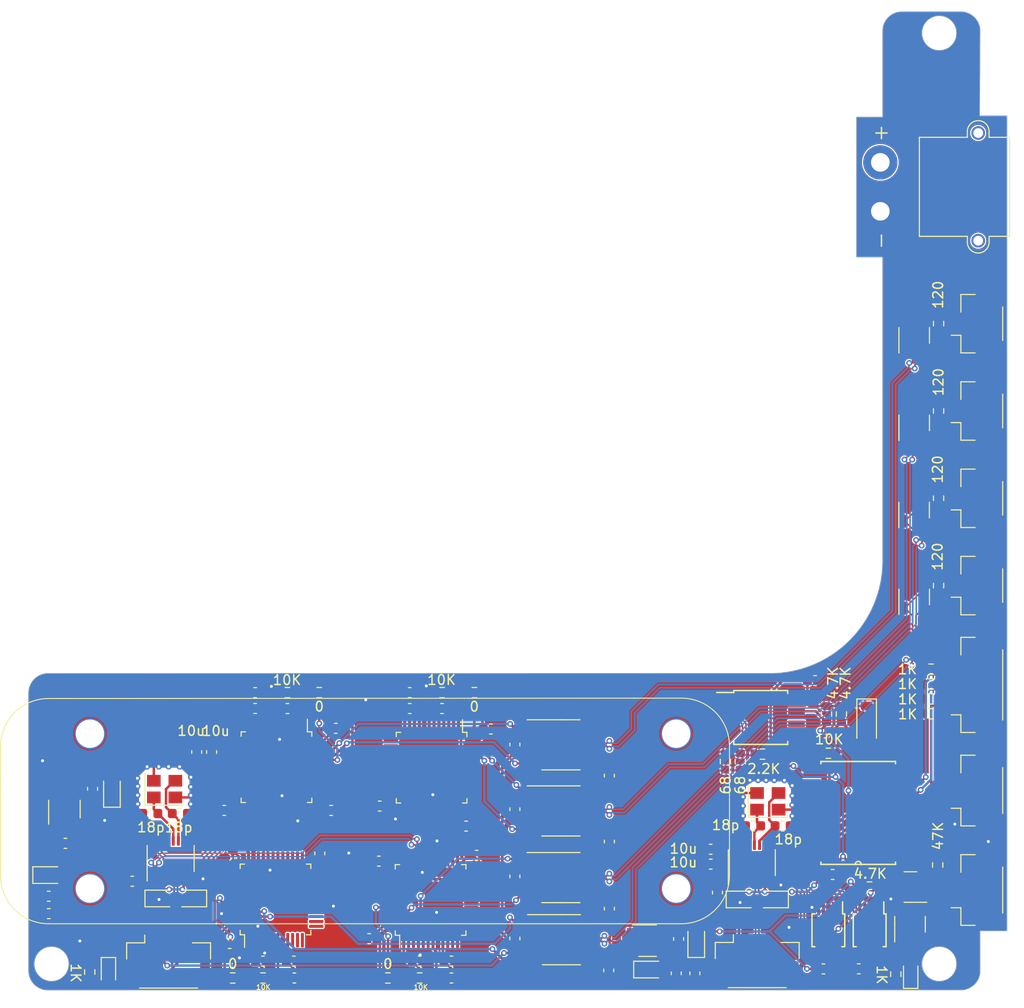
<source format=kicad_pcb>
(kicad_pcb (version 20221018) (generator pcbnew)
  (layers (0 "F.Cu" signal) (31 "B.Cu" signal) (34 "B.Paste" user) (35 "F.Paste" user) (36 "B.SilkS" user "B.Silkscreen") (37 "F.SilkS" user "F.Silkscreen") (38 "B.Mask" user) (39 "F.Mask" user) (44 "Edge.Cuts" user))
  (net 0 "")
  (net 1 "GND")
  (net 2 "/USB2GPIO/3V3")
  (net 3 "Net-(U4-NRST)")
  (net 4 "/USB2CAN/3V3")
  (net 5 "/VBUS2")
  (net 6 "Net-(U6-VDD33)")
  (net 7 "/USB2GPIO/USB_HUB1/XOUT")
  (net 8 "/USB2GPIO/USB_HUB1/XIN")
  (net 9 "Net-(U6-VDD18)")
  (net 10 "Net-(U7-NRST)")
  (net 11 "Net-(U12-VDD33)")
  (net 12 "/USB2CAN/USB_HUB/XOUT")
  (net 13 "/USB2CAN/USB_HUB/XIN")
  (net 14 "Net-(U12-VDD18)")
  (net 15 "Net-(U13-NRST)")
  (net 16 "/USB1-")
  (net 17 "/USB1+")
  (net 18 "Net-(U15-NRST)")
  (net 19 "Net-(D4-A)")
  (net 20 "Net-(D9-A)")
  (net 21 "/USB2-")
  (net 22 "/USB2+")
  (net 23 "Net-(Q1-C)")
  (net 24 "Net-(U4-BOOT0)")
  (net 25 "Net-(U7-BOOT0)")
  (net 26 "Net-(U10-~{INT})")
  (net 27 "Net-(U13-BOOT0)")
  (net 28 "Net-(U15-BOOT0)")
  (net 30 "/USB2GPIO/DBUS1/DBus")
  (net 31 "/USB2GPIO/UART1/RXD")
  (net 32 "/USB2GPIO/UART1/TXD")
  (net 33 "/USB2GPIO/GPIO/P0")
  (net 34 "/USB2GPIO/GPIO/P1")
  (net 35 "/USB2GPIO/GPIO/P2")
  (net 36 "/USB2GPIO/GPIO/P3")
  (net 37 "/USB2GPIO/GPIO/P4")
  (net 38 "/USB2GPIO/GPIO/P5")
  (net 39 "/USB2GPIO/GPIO/P6")
  (net 40 "/USB2GPIO/GPIO/P7")
  (net 45 "/USB2GPIO/GPIO/SDA")
  (net 46 "/USB2GPIO/GPIO/SCL")
  (net 47 "/USB2GPIO/GPIO/D-")
  (net 48 "/USB2GPIO/GPIO/*D-")
  (net 49 "/USB2GPIO/GPIO/*D+")
  (net 50 "/USB2GPIO/GPIO/D+")
  (net 54 "/USB2GPIO/UART1/D+")
  (net 55 "/USB2GPIO/UART1/D-")
  (net 59 "/USB2GPIO/DBUS1/D+")
  (net 60 "/USB2GPIO/DBUS1/D-")
  (net 88 "/USB2CAN/STM4_CAN/USB_D-")
  (net 89 "/USB2CAN/STM4_CAN/USB_D+")
  (net 98 "/USB2CAN/STM4_CAN/CAN_RX")
  (net 99 "/USB2CAN/STM4_CAN/CAN_TX")
  (net 100 "/USB2GPIO/USB_HUB1/USB3_D-")
  (net 101 "/USB2GPIO/USB_HUB1/USB3_D+")
  (net 125 "/USB2CAN/STM3_CAN/USB_D-")
  (net 126 "/USB2CAN/STM3_CAN/USB_D+")
  (net 135 "/USB2CAN/STM3_CAN/CAN_RX")
  (net 136 "/USB2CAN/STM3_CAN/CAN_TX")
  (net 140 "/USB2CAN/STM2_CAN/USB_D-")
  (net 141 "/USB2CAN/STM2_CAN/USB_D+")
  (net 142 "/USB2CAN/STM1_CAN/USB_D-")
  (net 143 "/USB2CAN/STM1_CAN/USB_D+")
  (net 175 "/USB2CAN/STM1_CAN/CAN_RX")
  (net 176 "/USB2CAN/STM1_CAN/CAN_TX")
  (net 208 "/USB2CAN/STM2_CAN/CAN_RX")
  (net 209 "/USB2CAN/STM2_CAN/CAN_TX")
  (net 210 "/USB2CAN/STM1_CAN/CAN-")
  (net 211 "/USB2CAN/STM1_CAN/CAN+")
  (net 212 "/USB2CAN/STM2_CAN/CAN-")
  (net 213 "/USB2CAN/STM2_CAN/CAN+")
  (net 214 "/USB2CAN/STM3_CAN/CAN+")
  (net 215 "/USB2CAN/STM3_CAN/CAN-")
  (net 216 "/USB2CAN/STM4_CAN/CAN-")
  (net 217 "/USB2CAN/STM4_CAN/CAN+")
  (net 219 "/VBUS1")
  (net 220 "+24V")
  (footprint "Diode_SMD:D_SOD-323" (layer "F.Cu") (at 225.8568 137.6172 180)
    (fp_text reference "D12" hide)
    (fp_text value "BV05C")
  )
  (footprint "Capacitor_SMD:C_0603_1608Metric" (layer "F.Cu") (at 223.7544 130.0988 180)
    (fp_text reference "C18" hide)
    (fp_text value "18p")
  )
  (footprint "Resistor_SMD:R_0603_1608Metric" (layer "F.Cu") (at 195.2754 116.4844)
    (fp_text reference "R9" hide)
    (fp_text value "0")
  )
  (footprint "Diode_SMD:D_SOD-323" (layer "F.Cu") (at 222.504 137.6172)
    (fp_text reference "D11" hide)
    (fp_text value "BV05C")
  )
  (footprint "Resistor_SMD:R_0603_1608Metric" (layer "F.Cu") (at 179.4258 116.4844)
    (fp_text reference "R4" hide)
    (fp_text value "0")
  )
  (footprint "Capacitor_SMD:C_0603_1608Metric" (layer "F.Cu") (at 209.0674 124.968 -90)
    (fp_text reference "C13" hide)
    (fp_text value "100n")
  )
  (footprint "Resistor_SMD:R_0603_1608Metric" (layer "F.Cu") (at 189.6872 145.6436 180)
    (fp_text reference "R27" hide)
    (fp_text value "10K")
  )
  (footprint "Capacitor_SMD:C_0603_1608Metric" (layer "F.Cu") (at 176.8348 143.9164)
    (fp_text reference "C42" hide)
    (fp_text value "100n")
  )
  (footprint "Resistor_SMD:R_0603_1608Metric" (layer "F.Cu") (at 235.649 136.3472)
    (fp_text reference "R2" hide)
    (fp_text value "4.7K")
  )
  (footprint "Capacitor_SMD:C_0603_1608Metric" (layer "F.Cu") (at 209.8044 141.576 90)
    (fp_text reference "C3" hide)
    (fp_text value "100n")
  )
  (footprint "Connector_Molex:Molex_CLIK-Mate_502386-0470_1x04-1MP_P1.25mm_Horizontal" (layer "F.Cu") (at 224.1744 143.92)
    (fp_text reference "J1" hide)
    (fp_text value "Conn_01x04")
  )
  (footprint "Diode_SMD:D_SOD-323" (layer "F.Cu") (at 163.1188 137.5156)
    (fp_text reference "D2" hide)
    (fp_text value "BV05C")
  )
  (footprint "Package_QFP:LQFP-48_7x7mm_P0.5mm" (layer "F.Cu") (at 190.8048 137.668 90)
    (fp_text reference "U15" hide)
    (fp_text value "STM32F072C8Tx")
  )
  (footprint "Diode_SMD:D_SOD-123" (layer "F.Cu") (at 235.3544 119.496 -90)
    (fp_text reference "D7" hide)
    (fp_text value "5V1")
  )
  (footprint "MyLib:SL2.1S-SSOP-16" (layer "F.Cu") (at 223.6216 133.858 90)
    (fp_text reference "U6" hide)
    (fp_text value "SL2.1S")
  )
  (footprint "Capacitor_SMD:C_0603_1608Metric" (layer "F.Cu") (at 162.1644 128.836 180)
    (fp_text reference "C37" hide)
    (fp_text value "18p")
  )
  (footprint "Diode_SMD:D_SOD-323" (layer "F.Cu") (at 151.6634 135.128)
    (fp_text reference "D1" hide)
    (fp_text value "BV05C")
  )
  (footprint "Capacitor_SMD:C_0603_1608Metric" (layer "F.Cu") (at 189.6872 143.9164)
    (fp_text reference "C49" hide)
    (fp_text value "100n")
  )
  (footprint "Crystal:Crystal_SMD_3225-4Pin_3.2x2.5mm" (layer "F.Cu") (at 225.2544 127.591)
    (fp_text reference "Y1" hide)
    (fp_text value "12M")
  )
  (footprint "Capacitor_SMD:C_0603_1608Metric" (layer "F.Cu") (at 160.3244 135.76 180)
    (fp_text reference "C38" hide)
    (fp_text value "100n")
  )
  (footprint "Resistor_SMD:R_0603_1608Metric" (layer "F.Cu") (at 155.9814 145.034 -90)
    (fp_text reference "R1" hide)
    (fp_text value "1K")
  )
  (footprint "Capacitor_SMD:C_0603_1608Metric" (layer "F.Cu") (at 219.4194 132.486 180)
    (fp_text reference "C16" hide)
    (fp_text value "10u")
  )
  (footprint "Capacitor_SMD:C_0603_1608Metric" (layer "F.Cu") (at 170.2744 142.116)
    (fp_text reference "C40" hide)
    (fp_text value "100n")
  )
  (footprint "Crystal:Crystal_SMD_3225-4Pin_3.2x2.5mm" (layer "F.Cu") (at 163.6238 126.342)
    (fp_text reference "Y2" hide)
    (fp_text value "12M")
  )
  (footprint "Diode_SMD:D_SOD-323" (layer "F.Cu") (at 166.4208 137.5156 180)
    (fp_text reference "D3" hide)
    (fp_text value "BV05C")
  )
  (footprint "Resistor_SMD:R_0603_1608Metric" (layer "F.Cu") (at 241.9444 117.126)
    (fp_text reference "R7" hide)
    (fp_text value "1K")
  )
  (footprint "Resistor_SMD:R_0603_1608Metric" (layer "F.Cu") (at 222.4444 123.521 -90)
    (fp_text reference "R19" hide)
    (fp_text value "68")
  )
  (footprint "Resistor_SMD:R_0603_1608Metric" (layer "F.Cu") (at 232.7744 118.676 90)
    (fp_text reference "R16" hide)
    (fp_text value "4.7K")
  )
  (footprint "Capacitor_SMD:C_0603_1608Metric" (layer "F.Cu") (at 234.5544 144.706)
    (fp_text reference "C6" hide)
    (fp_text value "100n")
  )
  (footprint "Capacitor_SMD:C_0603_1608Metric" (layer "F.Cu") (at 153.4922 131.8866 180)
    (fp_text reference "C32" hide)
    (fp_text value "100n")
  )
  (footprint "Diode_SMD:D_SOD-323" (layer "F.Cu") (at 158.2444 126.5835 90)
    (fp_text reference "D6" hide)
    (fp_text value "BV03C")
  )
  (footprint "Capacitor_SMD:C_0603_1608Metric" (layer "F.Cu") (at 192.9384 143.9164)
    (fp_text reference "C50" hide)
    (fp_text value "100n")
  )
  (footprint "Capacitor_SMD:C_0603_1608Metric" (layer "F.Cu") (at 176.1744 118.11 180)
    (fp_text reference "C9" hide)
    (fp_text value "100n")
  )
  (footprint "LED_SMD:LED_0603_1608Metric" (layer "F.Cu") (at 239.8544 145.22 90)
    (fp_text reference "D9" hide)
    (fp_text value "LED")
  )
  (footprint "Package_SO:SOIC-8_3.9x4.9mm_P1.27mm" (layer "F.Cu") (at 204.1144 135.382)
    (fp_text reference "U16" hide)
    (fp_text value "TJA1051T-3")
  )
  (footprint "Package_QFP:LQFP-48_7x7mm_P0.5mm" (layer "F.Cu") (at 175.0568 124.1044 -90)
    (fp_text reference "U4" hide)
    (fp_text value "STM32F072C8Tx")
  )
  (footprint "Connector_JST:JST_GH_SM03B-GHS-TB_1x03-1MP_P1.25mm_Horizontal" (layer "F.Cu") (at 246.6944 136.652 90)
    (fp_text reference "J8" hide)
    (fp_text value "Conn_01x03")
  )
  (footprint "Resistor_SMD:R_0603_1608Metric" (layer "F.Cu") (at 173.6852 145.6436 180)
    (fp_text reference "R22" hide)
    (fp_text value "10K")
  )
  (footprint "Capacitor_SMD:C_0603_1608Metric" (layer "F.Cu") (at 219.4264 134.008 180)
    (fp_text reference "C15" hide)
    (fp_text value "10u")
  )
  (footprint "Capacitor_SMD:C_0603_1608Metric" (layer "F.Cu") (at 168.4274 122.555 90)
    (fp_text reference "C34" hide)
    (fp_text value "10u")
  )
  (footprint "Capacitor_SMD:C_0603_1608Metric" (layer "F.Cu") (at 195.5044 133.106)
    (fp_text reference "C52" hide)
    (fp_text value "100n")
  )
  (footprint "Resistor_SMD:R_0603_1608Metric" (layer "F.Cu") (at 176.1744 116.4844)
    (fp_text reference "R5" hide)
    (fp_text value "10K")
  )
  (footprint "Resistor_SMD:R_0603_1608Metric" (layer "F.Cu") (at 238.3344 145.25 90)
    (fp_text reference "R14" hide)
    (fp_text value "1K")
  )
  (footprint "Capacitor_SMD:C_0603_1608Metric" (layer "F.Cu") (at 185.5144 133.706 180)
    (fp_text reference "C51" hide)
    (fp_text value "100n")
  )
  (footprint "Capacitor_SMD:C_0603_1608Metric" (layer "F.Cu") (at 169.7228 128.524 180)
    (fp_text reference "C12" hide)
    (fp_text value "100n")
  )
  (footprint "Resistor_SMD:R_0603_1608Metric" (layer "F.Cu") (at 242.7044 105.5522 -90)
    (fp_text reference "R25" hide)
    (fp_text value "120")
  )
  (footprint "Package_TO_SOT_SMD:SOT-23-3" (layer "F.Cu") (at 240.2144 88.9225 90)
    (fp_text reference "U19" hide)
    (fp_text value "~")
  )
  (footprint "Connector_JST:JST_GH_SM02B-GHS-TB_1x02-1MP_P1.25mm_Horizontal" (layer "F.Cu") (at 246.6944 87.7126 90)
    (fp_text reference "J5" hide)
    (fp_text value "Conn_01x02")
  )
  (footprint "Diode_SMD:D_SOD-323" (layer "F.Cu") (at 213.0552 144.78)
    (fp_text reference "D10" hide)
    (fp_text value "BV05C")
  )
  (footprint "Connector_AMASS:AMASS_XT30PW-M_1x02_P2.50mm_Horizontal" (layer "F.Cu") (at 236.7534 67.31 -90)
    (fp_text reference "J10" hide)
    (fp_text value "Conn_01x02")
  )
  (footprint "Package_TO_SOT_SMD:SOT-23" (layer "F.Cu") (at 239.8268 136.3472 180)
    (fp_text reference "Q1" hide)
    (fp_text value "S8050")
  )
  (footprint "Resistor_SMD:R_0603_1608Metric" (layer "F.Cu") (at 220.9244 123.521 -90)
    (fp_text reference "R20" hide)
    (fp_text value "68")
  )
  (footprint "Capacitor_SMD:C_0603_1608Metric" (layer "F.Cu") (at 192.9384 145.6436 180)
    (fp_text reference "C47" hide)
    (fp_text value "100n")
  )
  (footprint "Resistor_SMD:R_0603_1608Metric" (layer "F.Cu") (at 170.5864 145.6436 180)
    (fp_text reference "R21" hide)
    (fp_text value "0")
  )
  (footprint "Capacitor_SMD:C_0603_1608Metric" (layer "F.Cu") (at 170.0344 133.156 -135)
    (fp_text reference "C43" hide)
    (fp_text value "100n")
  )
  (footprint "Capacitor_SMD:C_0603_1608Metric" (layer "F.Cu") (at 188.6712 118.11 180)
    (fp_text reference "C23" hide)
    (fp_text value "100n")
  )
  (footprint "Capacitor_SMD:C_0603_1608Metric" (layer "F.Cu") (at 172.8744 118.106 180)
    (fp_text reference "C10" hide)
    (fp_text value "100n")
  )
  (footprint "Capacitor_SMD:C_0603_1608Metric" (layer "F.Cu") (at 156.2644 126.3085 -90)
    (fp_text reference "C33" hide)
    (fp_text value "100n")
  )
  (footprint "Package_TO_SOT_SMD:SOT-23-5_HandSoldering" (layer "F.Cu") (at 212.9744 141.826)
    (fp_text reference "U1" hide)
    (fp_text value "HX9193")
  )
  (footprint "Capacitor_SMD:C_0603_1608Metric" (layer "F.Cu") (at 199.4154 128.397 90)
    (fp_text reference "C1" hide)
    (fp_text value "100n")
  )
  (footprint "Capacitor_SMD:C_0603_1608Metric" (layer "F.Cu") (at 209.0674 138.557 -90)
    (fp_text reference "C45" hide)
    (fp_text value "100n")
  )
  (footprint "Connector_JST:JST_GH_SM05B-GHS-TB_1x05-1MP_P1.25mm_Horizontal" (layer "F.Cu") (at 246.6944 115.697 90)
    (fp_text reference "J9" hide)
    (fp_text value "Conn_01x05")
  )
  (footprint "Capacitor_SMD:C_0603_1608Metric" (layer "F.Cu") (at 165.1844 128.836)
    (fp_text reference "C36" hide)
    (fp_text value "18p")
  )
  (footprint "Package_SO:MSOP-10_3x3mm_P0.5mm" (layer "F.Cu") (at 231.4448 140.7668 -90)
    (fp_text reference "U3" hide)
    (fp_text value "CH340E")
  )
  (footprint "Capacitor_SMD:C_0603_1608Metric" (layer "F.Cu") (at 151.7904 137.287 180)
    (fp_text reference "C46" hide)
    (fp_text value "100n")
  )
  (footprint "Connector_Molex:Molex_CLIK-Mate_502386-0470_1x04-1MP_P1.25mm_Horizontal" (layer "F.Cu") (at 164.0344 143.96)
    (fp_text reference "J2" hide)
    (fp_text value "Conn_01x04")
  )
  (footprint "Connector_JST:JST_GH_SM03B-GHS-TB_1x03-1MP_P1.25mm_Horizontal" (layer "F.Cu") (at 246.6944 126.492 90)
    (fp_text reference "J7" hide)
    (fp_text value "Conn_01x03")
  )
  (footprint "Capacitor_SMD:C_0603_1608Metric" (layer "F.Cu") (at 226.7712 130.0988)
    (fp_text reference "C17" hide)
    (fp_text value "18p")
  )
  (footprint "Resistor_SMD:R_0603_1608Metric" (layer "F.Cu") (at 241.9444 115.606)
    (fp_text reference "R11" hide)
    (fp_text value "1K")
  )
  (footprint "Resistor_SMD:R_0603_1608Metric" (layer "F.Cu") (at 241.9444 114.086)
    (fp_text reference "R12" hide)
    (fp_text value "1K")
  )
  (footprint "Capacitor_SMD:C_0603_1608Metric" (layer "F.Cu") (at 220.1144 136.91 90)
    (fp_text reference "C28" hide)
    (fp_text value "100n")
  )
  (footprint "Capacitor_SMD:C_0603_1608Metric" (layer "F.Cu") (at 166.9044 122.55 90)
    (fp_text reference "C35" hide)
    (fp_text value "10u")
  )
  (footprint "Capacitor_SMD:C_0603_1608Metric" (layer "F.Cu") (at 199.4154 121.793 90)
    (fp_text reference "C2" hide)
    (fp_text value "100n")
  )
  (footprint "Capacitor_SMD:C_0603_1608Metric" (layer "F.Cu") (at 151.7904 139.065 180)
    (fp_text reference "C54" hide)
    (fp_text value "100n")
  )
  (footprint "LED_SMD:LED_0603_1608Metric" (layer "F.Cu") (at 157.8864 145.034 -90)
    (fp_text reference "D4" hide)
    (fp_text value "LED")
  )
  (footprint "Capacitor_SMD:C_0603_1608Metric" (layer "F.Cu") (at 230.9344 144.716)
    (fp_text reference "C5" hide)
    (fp_text value "100n")
  )
  (footprint "Capacitor_SMD:C_0603_1608Metric" (layer "F.Cu") (at 184.5244 141.626 180)
    (fp_text reference "C48" hide)
    (fp_text value "100n")
  )
  (footprint "Capacitor_SMD:C_0603_1608Metric" (layer "F.Cu") (at 179.4844 132.916 90)
    (fp_text reference "C44" hide)
    (fp_text value "100n")
  )
  (footprint "Capacitor_SMD:C_0603_1608Metric" (layer "F.Cu") (at 188.6712 116.4844)
    (fp_text reference "C20" hide)
    (fp_text value "100n")
  )
  (footprint "Resistor_SMD:R_0603_1608Metric" (layer "F.Cu") (at 186.4358 145.6436 180)
    (fp_text reference "R26" hide)
    (fp_text value "0")
  )
  (footprint "Package_TO_SOT_SMD:SOT-23-3" (layer "F.Cu") (at 240.2144 106.71 90)
    (fp_text reference "U20" hide)
    (fp_text value "~")
  )
  (footprint "Capacitor_SMD:C_0603_1608Metric" (layer "F.Cu") (at 209.0044 144.866 -90)
    (fp_text reference "C53" hide)
    (fp_text value "100n")
  )
  (footprint "Package_QFP:LQFP-48_7x7mm_P0.5mm" (layer "F.Cu") (at 174.9552 137.6172 90)
    (fp_text reference "U13" hide)
    (fp_text value "STM32F072C8Tx")
  )
  (footprint "Resistor_SMD:R_0603_1608Metric" (layer "F.Cu") (at 242.7044 96.626 -90)
    (fp_text reference "R30" hide)
    (fp_text value "120")
  )
  (footprint "Package_TO_SOT_SMD:SOT-23-5" (layer "F.Cu") (at 239.7844 140.15 90)
    (fp_text reference "U22" hide)
    (fp_text value "~")
  )
  (footprint "Capacitor_SMD:C_0603_1608Metric" (layer "F.Cu") (at 199.4154 141.605 90)
    (fp_text reference "C14" hide)
    (fp_text value "100n")
  )
  (footprint "Resistor_SMD:R_0603_1608Metric" (layer "F.Cu") (at 241.9494 118.651 180)
    (fp_text reference "R6" hide)
    (fp_text value "1K")
  )
  (footprint "Package_SO:SOIC-8_3.9x4.9mm_P1.27mm" (layer "F.Cu") (at 204.1144 121.8184)
    (fp_text reference "U5" hide)
    (fp_text value "TJA1051T-3")
  )
  (footprint "Capacitor_SMD:C_0603_1608Metric" (layer "F.Cu") (at 216.1444 141.656 -90)
    (fp_text reference "C4" hide)
    (fp_text value "100n")
  )
  (footprint "Capacitor_SMD:C_0603_1608Metric" (layer "F.Cu") (at 181.1194 120.136)
    (fp_text reference "C8" hide)
    (fp_text value "100n")
  )
  (footprint "Capacitor_SMD:C_0603_1608Metric" (layer "F.Cu") (at 230.0794 115.266)
    (fp_text reference "C29" hide)
    (fp_text value "100n")
  )
  (footprint "Resistor_SMD:R_0603_1608Metric" (layer "F.Cu") (at 231.2544 118.681 90)
    (fp_text reference "R17" hide)
    (fp_text value "4.7K")
  )
  (footprint "Capacitor_SMD:C_0603_1608Metric" (layer "F.Cu") (at 172.8724 116.4844)
    (fp_text reference "C7" hide)
    (fp_text value "100n")
  )
  (footprint "Capacitor_SMD:C_0603_1608Metric" (layer "F.Cu") (at 215.8994 145.166 -90)
    (fp_text reference "C30" hide)
    (fp_text value "100n")
  )
  (footprint "Capacitor_SMD:C_0603_1608Metric" (layer "F.Cu") (at 185.6044 128.076 180)
    (fp_text reference "C24" hide)
    (fp_text value "100n")
  )
  (footprint "Connector_JST:JST_GH_SM02B-GHS-TB_1x02-1MP_P1.25mm_Horizontal" (layer "F.Cu") (at 246.6944 78.7922 90)
    (fp_text reference "J6" hide)
    (fp_text value "Conn_01x02")
  )
  (footprint "Connector_JST:JST_GH_SM02B-GHS-TB_1x02-1MP_P1.25mm_Horizontal" (layer "F.Cu") (at 246.6944 105.5522 90)
    (fp_text reference "J3" hide)
    (fp_text value "Conn_01x02")
  )
  (footprint "Capacitor_SMD:C_0603_1608Metric" (layer "F.Cu") (at 217.8044 145.166 -90)
    (fp_text reference "C31" hide)
    (fp_text value "100n")
  )
  (footprint "package:NUC_lm3150" (layer "F.Cu") (at 184.9318 127.295517)
    (fp_text reference "U17" hide)
    (fp_text value "NUC_Buck")
  )
  (footprint "Diode_SMD:D_SOD-323" (layer "F.Cu") (at 217.9444 141.936 90)
    (fp_text reference "D5" hide)
    (fp_text value "BV03C")
  )
  (footprint "Package_QFP:LQFP-48_7x7mm_P0.5mm" (layer "F.Cu") (at 190.9064 124.1552 -90)
    (fp_text reference "U7" hide)
    (fp_text value "STM32F072C8Tx")
  )
  (footprint "Capacitor_SMD:C_0603_1608Metric" (layer "F.Cu") (at 196.9644 120.206)
    (fp_text reference "C21" hide)
    (fp_text value "100n")
  )
  (footprint "Package_SO:SOIC-8_3.9x4.9mm_P1.27mm" (layer "F.Cu") (at 204.1144 128.5748)
    (fp_text reference "U8" hide)
    (fp_text value "TJA1051T-3")
  )
  (footprint "Resistor_SMD:R_0603_1608Metric" (layer "F.Cu") (at 242.7044 87.716 -90)
    (fp_text reference "R13" hide)
    (fp_text value "120")
  )
  (footprint "Package_TO_SOT_SMD:SOT-23-5_HandSoldering" (layer "F.Cu") (at 153.3906 128.3814 90)
    (fp_text reference "U11" hide)
    (fp_text value "HX9193")
  )
  (footprint "Capacitor_SMD:C_0603_1608Metric" (layer "F.Cu") (at 231.8794 135.066)
    (fp_text reference "C19" hide)
    (fp_text value "100n")
  )
  (footprint "Capacitor_SMD:C_0603_1608Metric" (layer "F.Cu") (at 191.9732 118.11 180)
    (fp_text reference "C22" hide)
    (fp_text value "100n")
  )
  (footprint "Capacitor_SMD:C_0603_1608Metric" (layer "F.Cu") (at 180.6448 128.524)
    (fp_text reference "C11" hide)
    (fp_text value "100n")
  )
  (footprint "MyLib:SL2.1S-SSOP-16" (layer "F.Cu") (at 164.2426 133.4296 90)
    (fp_text reference "U12" hide)
    (fp_text value "SL2.1S")
  )
  (footprint "Capacitor_SMD:C_0603_1608Metric" (layer "F.Cu") (at 173.6852 143.9164)
    (fp_text reference "C41" hide)
    (fp_text value "100n")
  )
  (footprint "Resistor_SMD:R_0603_1608Metric" (layer "F.Cu") (at 191.9732 116.4844)
    (fp_text reference "R10" hide)
    (fp_text value "10K")
  )
  (footprint "Resistor_SMD:R_0603_1608Metric" (layer "F.Cu") (at 224.7144 122.771)
    (fp_text reference "R18" hide)
    (fp_text value "2.2K")
  )
  (footprint "Capacitor_SMD:C_0603_1608Metric" (layer "F.Cu") (at 209.0674 131.699 -90)
    (fp_text reference "C26" hide)
    (fp_text value "100n")
  )
  (footprint "Package_SO:SOIC-8W_5.3x5.3mm_P1.27mm" (layer "F.Cu") (at 224.536 119.0244)
    (fp_text reference "U9" hide)
    (fp_text value "ATtiny85V-10S")
  )
  (footprint "Resistor_SMD:R_0603_1608Metric" (layer "F.Cu") (at 231.4448 122.682)
    (fp_text reference "R15" hide)
    (fp_text value "10K")
  )
  (footprint "Resistor_SMD:R_0603_1608Metric" (layer "F.Cu") (at 242.6144 134.096 90)
    (fp_text reference "R3" hide)
    (fp_text value "47K")
  )
  (footprint "Package_TO_SOT_SMD:SOT-23-3" (layer "F.Cu") (at 240.2044 97.8325 90)
    (fp_text reference "U21" hide)
    (fp_text value "~")
  )
  (footprint "Capacitor_SMD:C_0603_1608Metric" (layer "F.Cu") (at 199.4154 135.255 90)
    (fp_text reference "C27" hide)
    (fp_text value "100n")
  )
  (footprint "Package_SO:SOIC-8_3.9x4.9mm_P1.27mm" (layer "F.Cu") (at 204.1652 141.732)
    (fp_text reference "U14" hide)
    (fp_text value "TJA1051T-3")
  )
  (footprint "Package_TO_SOT_SMD:SOT-23-3" (layer "F.Cu") (at 240.2144 79.99 90)
    (fp_text reference "U18" hide)
    (fp_text value "~")
  )
  (footprint "Connector_JST:JST_GH_SM02B-GHS-TB_1x02-1MP_P1.25mm_Horizontal" (layer "F.Cu") (at 246.6944 96.6326 90)
    (fp_text reference "J4" hide)
    (fp_text value "Conn_01x02")
  )
  (footprint "Capacitor_SMD:C_0603_1608Metric" (layer "F.Cu") (at 176.8856 145.6436 180)
    (fp_text reference "C39" hide)
    (fp_text value "100n")
  )
  (footprint "package:SOIC127P1032X265-16N" (layer "F.Cu") (at 234.4928 128.778 180)
    (fp_text reference "U10" hide)
    (fp_text value "PCF8574")
  )
  (footprint "Package_SO:MSOP-10_3x3mm_P0.5mm" (layer "F.Cu") (at 235.6612 140.7668 -90)
    (fp_text reference "U2" hide)
    (fp_text value "CH340E")
  )
  (footprint "Resistor_SMD:R_0603_1608Metric" (layer "F.Cu") (at 242.7044 78.786 -90)
    (fp_text reference "R8" hide)
    (fp_text value "120")
  )
  (footprint "Capacitor_SMD:C_0603_1608Metric" (layer "F.Cu") (at 194.4344 130.126)
    (fp_text reference "C25" hide)
    (fp_text value "100n")
  )
  (gr_line (start 234.30519 72.009) (end 234.30519 57.658) (stroke (width 0.05)) (layer "Edge.Cuts"))
  (gr_line (start 236.97219 72.009) (end 234.30519 72.009) (stroke (width 0.05)) (layer "Edge.Cuts"))
  (gr_arc (start 244.97236 46.898476) (mid 246.379406 47.477253) (end 246.97219 48.878456) (stroke (width 0.05)) (layer "Edge.Cuts"))
  (gr_arc (start 236.97219 48.878476) (mid 237.559208 47.471322) (end 238.97219 46.898476) (stroke (width 0.05)) (layer "Edge.Cuts"))
  (gr_line (start 249.7074 140.843) (end 249.7074 57.531) (stroke (width 0.05)) (layer "Edge.Cuts"))
  (gr_line (start 246.9134 57.531) (end 249.7074 57.531) (stroke (width 0.05)) (layer "Edge.Cuts"))
  (gr_line (start 225.472898 114.499054) (end 151.712245 114.503634) (stroke (width 0.05)) (layer "Edge.Cuts"))
  (gr_line (start 244.97236 46.898476) (end 238.97219 46.898476) (stroke (width 0.05)) (layer "Edge.Cuts"))
  (gr_circle (center 242.7732 49.1008) (end 242.7732 47.3508) (stroke (width 0.05)) (fill none) (layer "Edge.Cuts"))
  (gr_circle (center 152.072368 144.20094) (end 152.072368 142.45094) (stroke (width 0.05)) (fill none) (layer "Edge.Cuts"))
  (gr_arc (start 149.712368 116.503634) (mid 150.298097 115.089431) (end 151.712245 114.503634) (stroke (width 0.05)) (layer "Edge.Cuts"))
  (gr_line (start 236.97219 48.878476) (end 236.97219 57.658) (stroke (width 0.05)) (layer "Edge.Cuts"))
  (gr_arc (start 236.97219 102.999054) (mid 233.604168 111.130532) (end 225.472898 114.499054) (stroke (width 0.05)) (layer "Edge.Cuts"))
  (gr_line (start 236.97219 72.009) (end 236.97219 102.999054) (stroke (width 0.05)) (layer "Edge.Cuts"))
  (gr_line (start 246.968478 140.843) (end 246.97219 144.897854) (stroke (width 0.05)) (layer "Edge.Cuts"))
  (gr_line (start 149.712368 116.503634) (end 149.712368 144.903634) (stroke (width 0.05)) (layer "Edge.Cuts"))
  (gr_line (start 246.968478 140.843) (end 249.7074 140.843) (stroke (width 0.05)) (layer "Edge.Cuts"))
  (gr_line (start 246.97219 48.878456) (end 246.9134 57.531) (stroke (width 0.05)) (layer "Edge.Cuts"))
  (gr_line (start 151.712491 146.903634) (end 244.972313 146.897854) (stroke (width 0.05)) (layer "Edge.Cuts"))
  (gr_arc (start 151.712491 146.903634) (mid 150.298207 146.317882) (end 149.712368 144.903634) (stroke (width 0.05)) (layer "Edge.Cuts"))
  (gr_circle (center 242.7732 144.20094) (end 242.7732 142.45094) (stroke (width 0.05)) (fill none) (layer "Edge.Cuts"))
  (gr_line (start 234.30519 57.658) (end 236.97219 57.658) (stroke (width 0.05)) (layer "Edge.Cuts"))
  (gr_arc (start 246.97219 144.897854) (mid 246.386463 146.31205) (end 244.972313 146.897854) (stroke (width 0.05)) (layer "Edge.Cuts"))
  (gr_text "18p" (at 227.3544 131.48) (layer "F.SilkS") (effects (font (size 1 1))))
  (gr_text "1K" (at 239.5244 114.11) (layer "F.SilkS") (effects (font (size 1 1))))
  (gr_text "10u" (at 216.6244 133.83) (layer "F.SilkS") (effects (font (size 1 1))))
  (gr_text "10u" (at 166.3444 120.39) (layer "F.SilkS") (effects (font (size 1 1))))
  (gr_text "120" (at 242.6144 93.67 90) (layer "F.SilkS") (effects (font (size 1 1))))
  (gr_text "10u" (at 216.6444 132.43) (layer "F.SilkS") (effects (font (size 1 1))))
  (gr_text "2.2K" (at 224.8444 124.28) (layer "F.SilkS") (effects (font (size 1 1))))
  (gr_text "4.7K" (at 233.1944 115.52 90) (layer "F.SilkS") (effects (font (size 1 1))))
  (gr_text "1K" (at 239.5444 118.7) (layer "F.SilkS") (effects (font (size 1 1))))
  (gr_text "1K" (at 239.5444 117.17) (layer "F.SilkS") (effects (font (size 1 1))))
  (gr_text "10K" (at 191.9244 115.19) (layer "F.SilkS") (effects (font (size 1 1))))
  (gr_text "1K" (at 239.5244 115.61) (layer "F.SilkS") (effects (font (size 1 1))))
  (gr_text "18p" (at 165.0744 130.26) (layer "F.SilkS") (effects (font (size 1 1))))
  (gr_text "10u" (at 168.8644 120.4) (layer "F.SilkS") (effects (font (size 1 1))))
  (gr_text "10K" (at 176.1344 115.2) (layer "F.SilkS") (effects (font (size 1 1))))
  (gr_text "10K" (at 189.8044 146.58) (layer "F.SilkS") (effects (font (size 0.5 0.5) (thickness 0.1))))
  (gr_text "0" (at 170.5844 144.2) (layer "F.SilkS") (effects (font (size 1 1))))
  (gr_text "18p" (at 220.9544 130.02) (layer "F.SilkS") (effects (font (size 1 1))))
  (gr_text "68" (at 220.9444 125.94 90) (layer "F.SilkS") (effects (font (size 1 1))))
  (gr_text "68" (at 222.4344 125.94 90) (layer "F.SilkS") (effects (font (size 1 1))))
  (gr_text "10K" (at 231.5344 121.26) (layer "F.SilkS") (effects (font (size 1 1))))
  (gr_text "47K" (at 242.6544 131.14 90) (layer "F.SilkS") (effects (font (size 1 1))))
  (gr_text "120" (at 242.6044 102.59 90) (layer "F.SilkS") (effects (font (size 1 1))))
  (gr_text "120" (at 242.6944 84.75 90) (layer "F.SilkS") (effects (font (size 1 1))))
  (gr_text "4.7K" (at 231.9244 115.51 90) (layer "F.SilkS") (effects (font (size 1 1))))
  (gr_text "4.7K" (at 235.7144 134.99) (layer "F.SilkS") (effects (font (size 1 1))))
  (gr_text "0" (at 186.4344 144.21) (layer "F.SilkS") (effects (font (size 1 1))))
  (gr_text "120" (at 242.6544 75.84 90) (layer "F.SilkS") (effects (font (size 1 1))))
  (gr_text "0" (at 195.2644 117.92) (layer "F.SilkS") (effects (font (size 1 1))))
  (gr_text "18p" (at 162.2344 130.25) (layer "F.SilkS") (effects (font (size 1 1))))
  (gr_text "10K" (at 173.7144 146.58) (layer "F.SilkS") (effects (font (size 0.5 0.5) (thickness 0.1))))
  (gr_text "0" (at 179.4244 117.91) (layer "F.SilkS") (effects (font (size 1 1))))
  (gr_text "1K" (at 154.5444 145.13 -90) (layer "F.SilkS") (effects (font (size 1 1))))
  (gr_text "1K" (at 236.8944 145.32 -90) (layer "F.SilkS") (effects (font (size 1 1))))
  (segment (start 227.7544 126.796) (end 227.7744 126.816) (width 0.25) (layer "F.Cu") (net 1))
  (segment (start 166.3044 128.491) (end 165.9594 128.836) (width 0.25) (layer "F.Cu") (net 1))
  (segment (start 166.3044 126.106) (end 166.3044 126.986) (width 0.25) (layer "F.Cu") (net 1))
  (segment (start 166.3044 125.116) (end 166.3144 125.126) (width 0.25) (layer "F.Cu") (net 1))
  (segment (start 160.8844 128.336) (end 160.8844 127.886) (width 0.25) (layer "F.Cu") (net 1))
  (segment (start 225.0744 125.436) (end 225.0794 125.441) (width 0.25) (layer "F.Cu") (net 1))
  (segment (start 163.0044 124.016) (end 163.0344 124.046) (width 0.25) (layer "F.Cu") (net 1))
  (segment (start 223.4194 125.441) (end 223.4244 125.436) (width 0.25) (layer "F.Cu") (net 1))
  (segment (start 222.723 129.8424) (end 222.723 129.0774) (width 0.25) (layer "F.Cu") (net 1))
  (segment (start 227.7494 128.441) (end 227.7544 128.436) (width 0.25) (layer "F.Cu") (net 1))
  (segment (start 223.4244 125.436) (end 223.4294 125.441) (width 0.25) (layer "F.Cu") (net 1))
  (segment (start 161.8344 124.056) (end 162.1144 124.016) (width 0.25) (layer "F.Cu") (net 1))
  (segment (start 161.3894 128.836) (end 161.3844 128.836) (width 0.25) (layer "F.Cu") (net 1))
  (segment (start 222.7344 126.226) (end 222.723 126.2146) (width 0.25) (layer "F.Cu") (net 1))
  (segment (start 165.1644 124.056) (end 165.2044 124.016) (width 0.25) (layer "F.Cu") (net 1))
  (segment (start 160.8544 126.966) (end 160.8844 126.936) (width 0.25) (layer "F.Cu") (net 1))
  (segment (start 164.7238 127.192) (end 166.2804 127.192) (width 0.25) (layer "F.Cu") (net 1))
  (segment (start 224.2594 125.441) (end 224.2644 125.436) (width 0.25) (layer "F.Cu") (net 1))
  (segment (start 160.8844 126.936) (end 160.8844 126.076) (width 0.25) (layer "F.Cu") (net 1))
  (segment (start 222.723 129.0774) (end 222.7244 129.076) (width 0.25) (layer "F.Cu") (net 1))
  (segment (start 166.3044 127.216) (end 166.3044 127.726) (width 0.25) (layer "F.Cu") (net 1))
  (segment (start 222.723 127.1346) (end 222.723 126.726) (width 0.25) (layer "F.Cu") (net 1))
  (segment (start 227.7644 128.456) (end 227.7544 128.466) (width 0.25) (layer "F.Cu") (net 1))
  (segment (start 160.8844 126.036) (end 160.8844 125.276) (width 0.25) (layer "F.Cu") (net 1))
  (segment (start 227.7544 129.306) (end 227.7544 129.8906) (width 0.25) (layer "F.Cu") (net 1))
  (segment (start 222.7244 127.136) (end 222.723 127.1346) (width 0.25) (layer "F.Cu") (net 1))
  (segment (start 165.3344 124.016) (end 166.3044 124.986) (width 0.25) (layer "F.Cu") (net 1))
  (segment (start 160.8844 125.196) (end 160.8844 124.936) (width 0.25) (layer "F.Cu") (net 1))
  (segment (start 227.2544 125.441) (end 227.7544 125.941) (width 0.25) (layer "F.Cu") (net 1))
  (segment (start 165.1244 124.016) (end 165.1644 124.056) (width 0.25) (layer "F.Cu") (net 1))
  (segment (start 227.7744 126.816) (end 227.7544 126.836) (width 0.25) (layer "F.Cu") (net 1))
  (segment (start 227.7544 127.626) (end 227.7644 127.636) (width 0.25) (layer "F.Cu") (net 1))
  (segment (start 162.2344 124.016) (end 162.5844 124.016) (width 0.25) (layer "F.Cu") (net 1))
  (segment (start 222.723 128.0374) (end 222.723 127.1374) (width 0.25) (layer "F.Cu") (net 1))
  (segment (start 222.7244 129.076) (end 222.723 129.0746) (width 0.25) (layer "F.Cu") (net 1))
  (segment (start 227.7544 125.986) (end 227.7544 126.796) (width 0.25) (layer "F.Cu") (net 1))
  (segment (start 222.723 127.1374) (end 222.7244 127.136) (width 0.25) (layer "F.Cu") (net 1))
  (segment (start 166.3044 126.986) (end 166.3044 127.216) (width 0.25) (layer "F.Cu") (net 1))
  (segment (start 160.8844 127.846) (end 160.8844 126.996) (width 0.25) (layer "F.Cu") (net 1))
  (segment (start 225.9094 125.441) (end 225.9144 125.436) (width 0.25) (layer "F.Cu") (net 1))
  (segment (start 222.7144 128.046) (end 222.723 128.0374) (width 0.25) (layer "F.Cu") (net 1))
  (segment (start 222.723 126.726) (end 222.723 126.2374) (width 0.25) (layer "F.Cu") (net 1))
  (segment (start 160.8844 126.076) (end 160.8644 126.056) (width 0.25) (layer "F.Cu") (net 1))
  (segment (start 160.8844 125.276) (end 160.8444 125.236) (width 0.25) (layer "F.Cu") (net 1))
  (segment (start 226.9494 125.441) (end 227.2544 125.441) (width 0.25) (layer "F.Cu") (net 1))
  (segment (start 161.8044 124.016) (end 161.8344 124.056) (width 0.25) (layer "F.Cu") (net 1))
  (segment (start 222.723 129.0746) (end 222.723 128.0546) (width 0.25) (layer "F.Cu") (net 1))
  (segment (start 166.3044 124.986) (end 166.3044 125.116) (width 0.25) (layer "F.Cu") (net 1))
  (segment (start 227.7544 128.466) (end 227.7544 129.306) (width 0.25) (layer "F.Cu") (net 1))
  (segment (start 224.2694 125.441) (end 225.0694 125.441) (width 0.25) (layer "F.Cu") (net 1))
  (segment (start 222.723 128.0546) (end 222.7144 128.046) (width 0.25) (layer "F.Cu") (net 1))
  (segment (start 225.0794 125.441) (end 225.9094 125.441) (width 0.25) (layer "F.Cu") (net 1))
  (segment (start 162.5238 125.492) (end 162.5238 124.0766) (width 0.25) (layer "F.Cu") (net 1))
  (segment (start 166.3144 125.126) (end 166.3044 125.136) (width 0.25) (layer "F.Cu") (net 1))
  (segment (start 227.7544 129.8906) (end 227.5462 130.0988) (width 0.25) (layer "F.Cu") (net 1))
  (segment (start 160.8844 127.886) (end 160.8644 127.866) (width 0.25) (layer "F.Cu") (net 1))
  (segment (start 227.7544 128.436) (end 227.7544 128.446) (width 0.25) (layer "F.Cu") (net 1))
  (segment (start 227.7544 128.446) (end 227.7644 128.456) (width 0.25) (layer "F.Cu") (net 1))
  (segment (start 227.7544 126.836) (end 227.7544 127.626) (width 0.25) (layer "F.Cu") (net 1))
  (segment (start 227.7544 125.941) (end 227.7544 125.986) (width 0.25) (layer "F.Cu") (net 1))
  (segment (start 162.5844 124.016) (end 163.0044 124.016) (width 0.25) (layer "F.Cu") (net 1))
  (segment (start 227.7644 127.636) (end 227.7544 127.646) (width 0.25) (layer "F.Cu") (net 1))
  (segment (start 162.1144 124.016) (end 162.1744 123.956) (width 0.25) (layer "F.Cu") (net 1))
  (segment (start 161.3844 128.836) (end 160.8844 128.336) (width 0.25) (layer "F.Cu") (net 1))
  (segment (start 166.3044 127.726) (end 166.3044 128.491) (width 0.25) (layer "F.Cu") (net 1))
  (segment (start 160.8844 124.936) (end 161.8044 124.016) (width 0.25) (layer "F.Cu") (net 1))
  (segment (start 160.8644 127.866) (end 160.8844 127.846) (width 0.25) (layer "F.Cu") (net 1))
  (segment (start 225.9144 125.436) (end 225.9194 125.441) (width 0.25) (layer "F.Cu") (net 1))
  (segment (start 164.0344 124.046) (end 164.0644 124.016) (width 0.25) (layer "F.Cu") (net 1))
  (segment (start 226.9444 125.446) (end 226.9494 125.441) (width 0.25) (layer "F.Cu") (net 1))
  (segment (start 222.738 126.741) (end 222.723 126.726) (width 0.25) (layer "F.Cu") (net 1))
  (segment (start 224.1544 126.741) (end 222.738 126.741) (width 0.25) (layer "F.Cu") (net 1))
  (segment (start 223.4294 125.441) (end 224.2594 125.441) (width 0.25) (layer "F.Cu") (net 1))
  (segment (start 163.0644 124.016) (end 164.0044 124.016) (width 0.25) (layer "F.Cu") (net 1))
  (segment (start 225.9194 125.441) (end 226.9394 125.441) (width 0.25) (layer "F.Cu") (net 1))
  (segment (start 160.8644 126.056) (end 160.8844 126.036) (width 0.25) (layer "F.Cu") (net 1))
  (segment (start 227.7544 127.646) (end 227.7544 128.436) (width 0.25) (layer "F.Cu") (net 1))
  (segment (start 222.723 126.0474) (end 223.3294 125.441) (width 0.25) (layer "F.Cu") (net 1))
  (segment (start 226.3544 128.441) (end 227.7494 128.441) (width 0.25) (layer "F.Cu") (net 1))
  (segment (start 222.723 126.2374) (end 222.7344 126.226) (width 0.25) (layer "F.Cu") (net 1))
  (segment (start 160.8844 126.996) (end 160.8544 126.966) (width 0.25) (layer "F.Cu") (net 1))
  (segment (start 165.2044 124.016) (end 165.3344 124.016) (width 0.25) (layer "F.Cu") (net 1))
  (segment (start 166.2804 127.192) (end 166.3044 127.216) (width 0.25) (layer "F.Cu") (net 1))
  (segment (start 226.9394 125.441) (end 226.9444 125.446) (width 0.25) (layer "F.Cu") (net 1))
  (segment (start 162.5238 124.0766) (end 162.5844 124.016) (width 0.25) (layer "F.Cu") (net 1))
  (segment (start 160.8444 125.236) (end 160.8844 125.196) (width 0.25) (layer "F.Cu") (net 1))
  (segment (start 224.2644 125.436) (end 224.2694 125.441) (width 0.25) (layer "F.Cu") (net 1))
  (segment (start 164.0044 124.016) (end 164.0344 124.046) (width 0.25) (layer "F.Cu") (net 1))
  (segment (start 222.9794 130.0988) (end 222.723 129.8424) (width 0.25) (layer "F.Cu") (net 1))
  (segment (start 162.1744 123.956) (end 162.2344 124.016) (width 0.25) (layer "F.Cu") (net 1))
  (segment (start 222.723 126.2146) (end 222.723 126.0474) (width 0.25) (layer "F.Cu") (net 1))
  (segment (start 166.3044 125.136) (end 166.3044 126.106) (width 0.25) (layer "F.Cu") (net 1))
  (segment (start 225.0694 125.441) (end 225.0744 125.436) (width 0.25) (layer "F.Cu") (net 1))
  (segment (start 223.3294 125.441) (end 223.4194 125.441) (width 0.25) (layer "F.Cu") (net 1))
  (segment (start 163.0344 124.046) (end 163.0644 124.016) (width 0.25) (layer "F.Cu") (net 1))
  (segment (start 164.0644 124.016) (end 165.1244 124.016) (width 0.25) (layer "F.Cu") (net 1))
  (via (at 182.4444 132.876) (size 0.6) (drill 0.3) (layers "F.Cu" "B.Cu") (net 1))
  (via (at 189.7344 143.276) (size 0.6) (drill 0.3) (layers "F.Cu" "B.Cu") (net 1))
  (via (at 157.5054 129.54) (size 0.6) (drill 0.3) (layers "F.Cu" "B.Cu") (net 1))
  (via (at 247.7844 131.7) (size 0.6) (drill 0.3) (layers "F.Cu" "B.Cu") (net 1))
  (via (at 173.1544 140.35) (size 0.6) (drill 0.3) (layers "F.Cu" "B.Cu") (net 1))
  (via (at 160.8444 125.236) (size 0.6) (drill 0.3) (layers "F.Cu" "B.Cu") (net 1))
  (via (at 180.8734 138.303) (size 0.6) (drill 0.3) (layers "F.Cu" "B.Cu") (net 1))
  (via (at 222.7344 126.226) (size 0.6) (drill 0.3) (layers "F.Cu" "B.Cu") (net 1))
  (via (at 191.4144 138.938) (size 0.6) (drill 0.3) (layers "F.Cu" "B.Cu") (net 1))
  (via (at 175.3744 121.266) (size 0.6) (drill 0.3) (layers "F.Cu" "B.Cu") (net 1))
  (via (at 165.1644 124.056) (size 0.6) (drill 0.3) (layers "F.Cu" "B.Cu") (net 1))
  (via (at 151.1554 123.444) (size 0.6) (drill 0.3) (layers "F.Cu" "B.Cu") (net 1))
  (via (at 229.7684 138.43) (size 0.6) (drill 0.3) (layers "F.Cu" "B.Cu") (net 1))
  (via (at 171.2744 143.586) (size 0.6) (drill 0.3) (layers "F.Cu" "B.Cu") (net 1))
  (via (at 184.1754 117.221) (size 0.6) (drill 0.3) (layers "F.Cu" "B.Cu") (net 1))
  (via (at 225.0744 125.436) (size 0.6) (drill 0.3) (layers "F.Cu" "B.Cu") (net 1))
  (via (at 163.0544 137.62) (size 0.6) (drill 0.3) (layers "F.Cu" "B.Cu") (net 1))
  (via (at 175.6244 127.02) (size 0.6) (drill 0.3) (layers "F.Cu" "B.Cu") (net 1))
  (via (at 161.8344 124.056) (size 0.6) (drill 0.3) (layers "F.Cu" "B.Cu") (net 1))
  (via (at 167.5544 135.506) (size 0.6) (drill 0.3) (layers "F.Cu" "B.Cu") (net 1))
  (via (at 166.3144 125.126) (size 0.6) (drill 0.3) (layers "F.Cu" "B.Cu") (net 1))
  (via (at 223.4244 125.436) (size 0.6) (drill 0.3) (layers "F.Cu" "B.Cu") (net 1))
  (via (at 174.5344 115.846) (size 0.6) (drill 0.3) (layers "F.Cu" "B.Cu") (net 1))
  (via (at 177.2344 129.586) (size 0.6) (drill 0.3) (layers "F.Cu" "B.Cu") (net 1))
  (via (at 163.0344 124.046) (size 0.6) (drill 0.3) (layers "F.Cu" "B.Cu") (net 1))
  (via (at 160.8644 126.056) (size 0.6) (drill 0.3) (layers "F.Cu" "B.Cu") (net 1))
  (via (at 244.3644 129.92) (size 0.6) (drill 0.3) (layers "F.Cu" "B.Cu") (net 1))
  (via (at 189.9544 134.856) (size 0.6) (drill 0.3) (layers "F.Cu" "B.Cu") (net 1))
  (via (at 227.4244 140.47) (size 0.6) (drill 0.3) (layers "F.Cu" "B.Cu") (net 1))
  (via (at 154.9654 141.859) (size 0.6) (drill 0.3) (layers "F.Cu" "B.Cu") (net 1))
  (via (at 224.2644 125.436) (size 0.6) (drill 0.3) (layers "F.Cu" "B.Cu") (net 1))
  (via (at 169.4434 139.065) (size 0.6) (drill 0.3) (layers "F.Cu" "B.Cu") (net 1))
  (via (at 187.2144 129.396) (size 0.6) (drill 0.3) (layers "F.Cu" "B.Cu") (net 1))
  (via (at 222.7244 127.136) (size 0.6) (drill 0.3) (layers "F.Cu" "B.Cu") (net 1))
  (via (at 237.8244 137.57) (size 0.6) (drill 0.3) (layers "F.Cu" "B.Cu") (net 1))
  (via (at 227.7544 125.986) (size 0.6) (drill 0.3) (layers "F.Cu" "B.Cu") (net 1))
  (via (at 222.7244 129.076) (size 0.6) (drill 0.3) (layers "F.Cu" "B.Cu") (net 1))
  (via (at 226.5934 136.144) (size 0.6) (drill 0.3) (layers "F.Cu" "B.Cu") (net 1))
  (via (at 226.9444 125.446) (size 0.6) (drill 0.3) (layers "F.Cu" "B.Cu") (net 1))
  (via (at 191.4544 131.64) (size 0.6) (drill 0.3) (layers "F.Cu" "B.Cu") (net 1))
  (via (at 227.7644 127.016) (size 0.6) (drill 0.3) (layers "F.Cu" "B.Cu") (net 1))
  (via (at 222.4244 137.93) (size 0.6) (drill 0.3) (layers "F.Cu" "B.Cu") (net 1))
  (via (at 227.7544 127.966) (size 0.6) (drill 0.3) (layers "F.Cu" "B.Cu") (net 1))
  (via (at 166.3044 126.986) (size 0.6) (drill 0.3) (layers "F.Cu" "B.Cu") (net 1))
  (via (at 191.0344 126.916) (size 0.6) (drill 0.3) (layers "F.Cu" "B.Cu") (net 1))
  (via (at 227.7644 129.086) (size 0.6) (drill 0.3) (layers "F.Cu" "B.Cu") (net 1))
  (via (at 160.8544 126.966) (size 0.6) (drill 0.3) (layers "F.Cu" "B.Cu") (net 1))
  (via (at 225.9144 125.436) (size 0.6) (drill 0.3) (layers "F.Cu" "B.Cu") (net 1))
  (via (at 166.3044 127.876) (size 0.6) (drill 0.3) (layers "F.Cu" "B.Cu") (net 1))
  (via (at 174.3964 134.62) (size 0.6) (drill 0.3) (layers "F.Cu" "B.Cu") (net 1))
  (via (at 160.8644 127.866) (size 0.6) (drill 0.3) (layers "F.Cu" "B.Cu") (net 1))
  (via (at 222.7144 128.046) (size 0.6) (drill 0.3) (layers "F.Cu" "B.Cu") (net 1))
  (via (at 173.8544 143.096) (size 0.6) (drill 0.3) (layers "F.Cu" "B.Cu") (net 1))
  (via (at 190.3644 115.796) (size 0.6) (drill 0.3) (layers "F.Cu" "B.Cu") (net 1))
  (via (at 166.3044 126.106) (size 0.6) (drill 0.3) (layers "F.Cu" "B.Cu") (net 1))
  (via (at 164.0344 124.046) (size 0.6) (drill 0.3) (layers "F.Cu" "B.Cu") (net 1))
  (segment (start 217.9394 140.881) (end 217.9444 140.886) (width 0.25) (layer "F.Cu") (net 2))
  (segment (start 236.6612 143.8208) (end 236.5632 143.9188) (width 0.25) (layer "F.Cu") (net 2))
  (segment (start 235.1484 146.075) (end 238.3344 146.075) (width 0.25) (layer "F.Cu") (net 2))
  (segment (start 234.824 136.3472) (end 234.2896 136.3472) (width 0.25) (layer "F.Cu") (net 2))
  (segment (start 231.0444 143.989) (end 232.4744 143.989) (width 0.25) (layer "F.Cu") (net 2))
  (segment (start 229.2544 144.706) (end 230.1494 144.706) (width 0.25) (layer "F.Cu") (net 2))
  (segment (start 232.4744 143.989) (end 233.0624 143.989) (width 0.25) (layer "F.Cu") (net 2))
  (segment (start 214.3244 140.876) (end 216.1394 140.876) (width 0.25) (layer "F.Cu") (net 2))
  (segment (start 232.4448 142.9668) (end 232.4448 143.9594) (width 0.25) (layer "F.Cu") (net 2))
  (segment (start 232.4448 143.9594) (end 232.4744 143.989) (width 0.25) (layer "F.Cu") (net 2))
  (segment (start 234.5666 143.9188) (end 235.1344 143.9188) (width 0.25) (layer "F.Cu") (net 2))
  (segment (start 233.7794 144.706) (end 235.1484 146.075) (width 0.25) (layer "F.Cu") (net 2))
  (segment (start 236.5632 143.9188) (end 235.188 143.9188) (width 0.25) (layer "F.Cu") (net 2))
  (segment (start 235.1612 142.9668) (end 235.1612 143.892) (width 0.25) (layer "F.Cu") (net 2))
  (segment (start 216.1444 140.881) (end 217.9394 140.881) (width 0.25) (layer "F.Cu") (net 2))
  (segment (start 220.134 140.886) (end 220.3344 140.886) (width 0.25) (layer "F.Cu") (net 2))
  (segment (start 233.0624 143.989) (end 233.7794 144.706) (width 0.25) (layer "F.Cu") (net 2))
  (segment (start 230.9448 143.9306) (end 230.8864 143.989) (width 0.25) (layer "F.Cu") (net 2))
  (segment (start 235.1612 143.892) (end 235.1344 143.9188) (width 0.25) (layer "F.Cu") (net 2))
  (segment (start 235.188 143.9188) (end 235.1612 143.892) (width 0.25) (layer "F.Cu") (net 2))
  (segment (start 230.1494 144.706) (end 230.1594 144.716) (width 0.25) (layer "F.Cu") (net 2))
  (segment (start 216.1394 140.876) (end 216.1444 140.881) (width 0.25) (layer "F.Cu") (net 2))
  (segment (start 236.6612 142.9668) (end 236.6612 143.8208) (width 0.25) (layer "F.Cu") (net 2))
  (segment (start 233.7794 144.706) (end 234.5666 143.9188) (width 0.25) (layer "F.Cu") (net 2))
  (segment (start 230.1594 144.716) (end 230.8864 143.989) (width 0.25) (layer "F.Cu") (net 2))
  (segment (start 230.8864 143.989) (end 231.0444 143.989) (width 0.25) (layer "F.Cu") (net 2))
  (segment (start 234.2896 136.3472) (end 233.7308 135.7884) (width 0.25) (layer "F.Cu") (net 2))
  (segment (start 217.9444 140.886) (end 220.134 140.886) (width 0.25) (layer "F.Cu") (net 2))
  (segment (start 230.9448 142.9668) (end 230.9448 143.9306) (width 0.25) (layer "F.Cu") (net 2))
  (via (at 220.3344 140.886) (size 0.6) (drill 0.3) (layers "F.Cu" "B.Cu") (net 2))
  (via (at 229.2544 144.706) (size 0.6) (drill 0.3) (layers "F.Cu" "B.Cu") (net 2))
  (via (at 233.7308 135.7884) (size 0.6) (drill 0.3) (layers "F.Cu" "B.Cu") (net 2))
  (segment (start 224.9344 140.886) (end 225.4404 140.886) (width 0.25) (layer "B.Cu") (net 2))
  (segment (start 220.3344 140.886) (end 224.9344 140.886) (width 0.25) (layer "B.Cu") (net 2))
  (segment (start 229.2544 144.7) (end 229.2544 144.706) (width 0.25) (layer "B.Cu") (net 2))
  (segment (start 230.2492 139.27) (end 233.7308 135.7884) (width 0.25) (layer "B.Cu") (net 2))
  (segment (start 227.0564 139.27) (end 230.2492 139.27) (width 0.25) (layer "B.Cu") (net 2))
  (segment (start 225.4404 140.886) (end 227.0564 139.27) (width 0.25) (layer "B.Cu") (net 2))
  (segment (start 225.4404 140.886) (end 229.2544 144.7) (width 0.25) (layer "B.Cu") (net 2))
  (segment (start 174.42192 118.384658) (end 174.42192 117.25892) (width 0.25) (layer "F.Cu") (net 3))
  (segment (start 174.8068 119.9419) (end 174.8068 118.769538) (width 0.25) (layer "F.Cu") (net 3))
  (segment (start 174.8068 118.769538) (end 174.42192 118.384658) (width 0.25) (layer "F.Cu") (net 3))
  (segment (start 174.42192 117.25892) (end 173.6474 116.4844) (width 0.25) (layer "F.Cu") (net 3))
  (segment (start 168.728086 135.512314) (end 170.582408 133.657992) (width 0.25) (layer "F.Cu") (net 4))
  (segment (start 171.3804 128.524) (end 170.4978 128.524) (width 0.25) (layer "F.Cu") (net 4))
  (segment (start 182.8144 119.87) (end 182.8144 127.299) (width 0.25) (layer "F.Cu") (net 4))
  (segment (start 191.9224 117.2842) (end 191.9224 115.201) (width 0.25) (layer "F.Cu") (net 4))
  (segment (start 205.5744 144.896) (end 208.1994 144.896) (width 0.25) (layer "F.Cu") (net 4))
  (segment (start 192.0548 141.8305) (end 192.0548 143.8078) (width 0.25) (layer "F.Cu") (net 4))
  (segment (start 196.1894 120.206) (end 196.1894 120.951) (width 0.25) (layer "F.Cu") (net 4))
  (segment (start 170.0344 128.0606) (end 170.4978 128.524) (width 0.25) (layer "F.Cu") (net 4))
  (segment (start 192.714248 135.546) (end 193.9568 134.303448) (width 0.25) (layer "F.Cu") (net 4))
  (segment (start 189.8244 146.3706) (end 192.58598 146.3706) (width 0.25) (layer "F.Cu") (net 4))
  (segment (start 193.6564 119.9927) (end 193.6564 119.0182) (width 0.25) (layer "F.Cu") (net 4))
  (segment (start 182.0394 133.691) (end 179.4844 133.691) (width 0.25) (layer "F.Cu") (net 4))
  (segment (start 185.2994 141.626) (end 183.0324 139.359) (width 0.25) (layer "F.Cu") (net 4))
  (segment (start 188.6944 115.189) (end 191.9344 115.189) (width 0.25) (layer "F.Cu") (net 4))
  (segment (start 172.2052 143.2114) (end 172.9102 143.9164) (width 0.25) (layer "F.Cu") (net 4))
  (segment (start 188.470248 135.546) (end 192.714248 135.546) (width 0.25) (layer "F.Cu") (net 4))
  (segment (start 208.1994 144.896) (end 209.0044 144.091) (width 0.25) (layer "F.Cu") (net 4))
  (segment (start 204.3684 125.176) (end 208.0844 125.176) (width 0.25) (layer "F.Cu") (net 4))
  (segment (start 168.728086 141.344686) (end 168.728086 135.512314) (width 0.25) (layer "F.Cu") (net 4))
  (segment (start 176.2052 141.7797) (end 176.2052 143.771) (width 0.25) (layer "F.Cu") (net 4))
  (segment (start 185.8704 140.418) (end 186.6423 140.418) (width 0.25) (layer "F.Cu") (net 4))
  (segment (start 208.5504 143.637) (end 209.0044 144.091) (width 0.25) (layer "F.Cu") (net 4))
  (segment (start 176.8126 146.09118) (end 176.8126 144.6692) (width 0.25) (layer "F.Cu") (net 4))
  (segment (start 206.5894 137.287) (end 208.5724 137.287) (width 0.25) (layer "F.Cu") (net 4))
  (segment (start 171.1944 134.068952) (end 171.1944 133.219984) (width 0.25) (layer "F.Cu") (net 4))
  (segment (start 204.3684 124.46) (end 204.3684 125.176) (width 0.25) (layer "F.Cu") (net 4))
  (segment (start 206.6402 143.637) (end 208.5504 143.637) (width 0.25) (layer "F.Cu") (net 4))
  (segment (start 180.3444 120.906) (end 179.896 121.3544) (width 0.25) (layer "F.Cu") (net 4))
  (segment (start 170.0344 127.156) (end 170.0344 128.0606) (width 0.25) (layer "F.Cu") (net 4))
  (segment (start 172.9744 115.189) (end 176.2544 115.189) (width 0.25) (layer "F.Cu") (net 4))
  (segment (start 195.12982 133.106) (end 194.7294 133.106) (width 0.25) (layer "F.Cu") (net 4))
  (segment (start 196.1004 116.4844) (end 196.1004 120.117) (width 0.25) (layer "F.Cu") (net 4))
  (segment (start 204.3684 143.69) (end 205.5744 144.896) (width 0.25) (layer "F.Cu") (net 4))
  (segment (start 204.3684 131.986) (end 204.3684 138.486) (width 0.25) (layer "F.Cu") (net 4))
  (segment (start 204.3684 119.126) (end 204.3684 124.46) (width 0.25) (layer "F.Cu") (net 4))
  (segment (start 176.2544 115.189) (end 180.2844 115.189) (width 0.25) (layer "F.Cu") (net 4))
  (segment (start 206.5894 123.7234) (end 208.5978 123.7234) (width 0.25) (layer "F.Cu") (net 4))
  (segment (start 172.2052 133.4547) (end 172.2052 132.8068) (width 0.25) (layer "F.Cu") (net 4))
  (segment (start 177.8068 128.2669) (end 177.8068 128.8984) (width 0.25) (layer "F.Cu") (net 4))
  (segment (start 192.8844 146.07218) (end 192.8844 144.6374) (width 0.25) (layer "F.Cu") (net 4))
  (segment (start 193.6564 130.123) (end 193.6594 130.126) (width 0.25) (layer "F.Cu") (net 4))
  (segment (start 186.2894 133.706) (end 186.2894 133.725) (width 0.25) (layer "F.Cu") (net 4))
  (segment (start 191.9344 115.189) (end 194.805 115.189) (width 0.25) (layer "F.Cu") (net 4))
  (segment (start 180.3444 120.136) (end 180.3444 120.906) (width 0.25) (layer "F.Cu") (net 4))
  (segment (start 204.3684 131.986) (end 208.0054 131.986) (width 0.25) (layer "F.Cu") (net 4))
  (segment (start 176.9494 118.11) (end 176.27488 117.43548) (width 0.25) (layer "F.Cu") (net 4))
  (segment (start 176.8126 144.6692) (end 176.0598 143.9164) (width 0.25) (layer "F.Cu") (net 4))
  (segment (start 180.2508 120.0424) (end 180.3444 120.136) (width 0.25) (layer "F.Cu") (net 4))
  (segment (start 169.7614 145.6436) (end 169.7614 142.378) (width 0.25) (layer "F.Cu") (net 4))
  (segment (start 156.8004 143.39) (end 155.9814 144.209) (width 0.25) (layer "F.Cu") (net 4))
  (segment (start 168.5889 115.189) (end 172.9744 115.189) (width 0.25) (layer "F.Cu") (net 4))
  (segment (start 177.8068 127.2424) (end 176.9344 126.37) (width 0.25) (layer "F.Cu") (net 4))
  (segment (start 196.1894 120.951) (end 195.7352 121.4052) (width 0.25) (layer "F.Cu") (net 4))
  (segment (start 208.3634 138.486) (end 209.0674 137.782) (width 0.25) (layer "F.Cu") (net 4))
  (segment (start 165.351625 143.693421) (end 164.075046 144.97) (width 0.25) (layer "F.Cu") (net 4))
  (segment (start 170.336 126.8544) (end 170.0344 127.156) (width 0.25) (layer "F.Cu") (net 4))
  (segment (start 185.6524 127.349) (end 186.3794 128.076) (width 0.25) (layer "F.Cu") (net 4))
  (segment (start 176.27488 115.20948) (end 176.2544 115.189) (width 0.25) (layer "F.Cu") (net 4))
  (segment (start 208.5724 137.287) (end 209.0674 137.782) (width 0.25) (layer "F.Cu") (net 4))
  (segment (start 201.7268 116.4844) (end 204.3684 119.126) (width 0.25) (layer "F.Cu") (net 4))
  (segment (start 187.6844 127.21) (end 187.6844 127.589752) (width 0.25) (layer "F.Cu") (net 4))
  (segment (start 172.9454 117.402) (end 172.9454 115.218) (width 0.25) (layer "F.Cu") (net 4))
  (segment (start 177.8068 128.2669) (end 177.8068 127.2424) (width 0.25) (layer "F.Cu") (net 4))
  (segment (start 183.0324 134.688) (end 183.0344 134.686) (width 0.25) (layer "F.Cu") (net 4))
  (segment (start 186.6644 132.49) (end 187.7144 132.49) (width 0.25) (layer "F.Cu") (net 4))
  (segment (start 192.7482 118.11) (end 191.9224 117.2842) (width 0.25) (layer "F.Cu") (net 4))
  (segment (start 185.6108 145.6436) (end 185.6108 141.9374) (width 0.25) (layer "F.Cu") (net 4))
  (segment (start 172.2052 132.8068) (end 172.006392 132.607992) (width 0.25) (layer "F.Cu") (net 4))
  (segment (start 173.6244 146.3706) (end 176.53318 146.3706) (width 0.25) (layer "F.Cu") (net 4))
  (segment (start 152.4406 127.0314) (end 152.4406 126.0698) (width 0.25) (layer "F.Cu") (net 4))
  (segment (start 188.0548 141.8305) (end 188.0548 143.059) (width 0.25) (layer "F.Cu") (net 4))
  (segment (start 176.53318 146.3706) (end 176.8126 146.09118) (width 0.25) (layer "F.Cu") (net 4))
  (segment (start 173.8068 118.2634) (end 173.6494 118.106) (width 0.25) (layer "F.Cu") (net 4))
  (segment (start 195.5924 134.918) (end 195.8844 134.626) (width 0.25) (layer "F.Cu") (net 4))
  (segment (start 191.9224 115.201) (end 191.9344 115.189) (width 0.25) (layer "F.Cu") (net 4))
  (segment (start 179.8698 128.524) (end 181.0448 127.349) (width 0.25) (layer "F.Cu") (net 4))
  (segment (start 183.0344 134.686) (end 182.0394 133.691) (width 0.25) (layer "F.Cu") (net 4))
  (segment (start 186.2894 133.706) (end 185.3094 134.686) (width 0.25) (layer "F.Cu") (net 4))
  (segment (start 206.5894 130.4798) (end 208.6232 130.4798) (width 0.25) (layer "F.Cu") (net 4))
  (segment (start 180.2508 116.4844) (end 180.2508 115.2226) (width 0.25) (layer "F.Cu") (net 4))
  (segment (start 187.6844 127.589752) (end 187.198152 128.076) (width 0.25) (layer "F.Cu") (net 4))
  (segment (start 189.4462 118.11) (end 188.67072 117.33452) (width 0.25) (layer "F.Cu") (net 4))
  (segment (start 186.2894 133.706) (end 186.2894 132.865) (width 0.25) (layer "F.Cu") (net 4))
  (segment (start 172.006392 132.607992) (end 170.582408 132.607992) (width 0.25) (layer "F.Cu") (net 4))
  (segment (start 177.8068 128.8984) (end 178.0444 129.136) (width 0.25) (layer "F.Cu") (net 4))
  (segment (start 181.0448 127.349) (end 182.7644 127.349) (width 0.25) (layer "F.Cu") (net 4))
  (segment (start 186.2894 132.865) (end 186.6644 132.49) (width 0.25) (layer "F.Cu") (net 4))
  (segment (start 187.3796 126.9052) (end 187.6844 127.21) (width 0.25) (layer "F.Cu") (net 4))
  (segment (start 185.3094 134.686) (end 183.0344 134.686) (width 0.25) (layer "F.Cu") (net 4))
  (segment (start 177.8068 119.9419) (end 177.8068 118.9674) (width 0.25) (layer "F.Cu") (net 4))
  (segment (start 193.6564 128.3177) (end 193.6564 130.123) (width 0.25) (layer "F.Cu") (net 4))
  (segment (start 204.3684 125.176) (end 204.3684 131.986) (width 0.25) (layer "F.Cu") (net 4))
  (segment (start 176.2052 143.771) (end 176.0598 143.9164) (width 0.25) (layer "F.Cu") (net 4))
  (segment (start 178.0444 129.136) (end 178.6644 129.136) (width 0.25) (layer "F.Cu") (net 4))
  (segment (start 208.5978 123.7234) (end 209.0674 124.193) (width 0.25) (layer "F.Cu") (net 4))
  (segment (start 204.3684 138.486) (end 208.3634 138.486) (width 0.25) (layer "F.Cu") (net 4))
  (segment (start 172.9102 143.9164) (end 173.6244 144.6306) (width 0.25) (layer "F.Cu") (net 4))
  (segment (start 208.0844 125.176) (end 209.0674 124.193) (width 0.25) (layer "F.Cu") (net 4))
  (segment (start 204.3684 138.486) (end 204.3684 143.69) (width 0.25) (layer "F.Cu") (net 4))
  (segment (start 179.7432 134.8672) (end 179.1177 134.8672) (width 0.25) (layer "F.Cu") (net 4))
  (segment (start 188.0548 132.8304) (end 188.0548 133.5055) (width 0.25) (layer "F.Cu") (net 4))
  (segment (start 171.9048 127.468952) (end 171.9048 127.9996) (width 0.25) (layer "F.Cu") (net 4))
  (segment (start 187.0804 134.516) (end 187.440248 134.516) (width 0.25) (layer "F.Cu") (net 4))
  (segment (start 189.8244 144.8286) (end 189.8244 146.3706) (width 0.25) (layer "F.Cu") (net 4))
  (segment (start 186.3378 146.3706) (end 189.8244 146.3706) (width 0.25) (layer "F.Cu") (net 4))
  (segment (start 173.003752 126.37) (end 171.9048 127.468952) (width 0.25) (layer "F.Cu") (net 4))
  (segment (start 186.7439 126.9052) (end 187.3796 126.9052) (width 0.25) (layer "F.Cu") (net 4))
  (segment (start 185.2994 141.626) (end 185.2994 140.989) (width 0.25) (layer "F.Cu") (net 4))
  (segment (start 182.7644 127.349) (end 185.6524 127.349) (width 0.25) (layer "F.Cu") (net 4))
  (segment (start 188.9122 143.9164) (end 189.8244 144.8286) (width 0.25) (layer "F.Cu") (net 4))
  (segment (start 179.896 121.3544) (end 179.2193 121.3544) (width 0.25) (layer "F.Cu") (net 4))
  (segment (start 194.7244 133.106) (end 194.7294 133.106) (width 0.25) (layer "F.Cu") (net 4))
  (segment (start 176.27488 117.43548) (end 176.27488 115.20948) (width 0.25) (layer "F.Cu") (net 4))
  (segment (start 171.9048 127.9996) (end 171.3804 128.524) (width 0.25) (layer "F.Cu") (net 4))
  (segment (start 170.582408 133.657992) (end 170.582408 132.607992) (width 0.25) (layer "F.Cu") (net 4))
  (segment (start 187.6844 127.21) (end 188.5784 126.316) (width 0.25) (layer "F.Cu") (net 4))
  (segment (start 178.668848 133.691) (end 176.977848 135.382) (width 0.25) (layer "F.Cu") (net 4))
  (segment (start 173.6494 118.106) (end 172.9454 117.402) (width 0.25) (layer "F.Cu") (net 4))
  (segment (start 188.0548 143.059) (end 188.9122 143.9164) (width 0.25) (layer "F.Cu") (net 4))
  (segment (start 194.7294 133.106) (end 194.7294 131.196) (width 0.25) (layer "F.Cu") (net 4))
  (segment (start 194.7294 131.196) (end 193.6594 130.126) (width 0.25) (layer "F.Cu") (net 4))
  (segment (start 186.2894 133.725) (end 187.0804 134.516) (width 0.25) (layer "F.Cu") (net 4))
  (segment (start 176.9344 126.37) (end 173.003752 126.37) (width 0.25) (layer "F.Cu") (net 4))
  (segment (start 196.1004 120.117) (end 196.1894 120.206) (width 0.25) (layer "F.Cu") (net 4))
  (segment (start 170.8943 126.8544) (end 170.336 126.8544) (width 0.25) (layer "F.Cu") (net 4))
  (segment (start 181.0714 119.409) (end 182.3534 119.409) (width 0.25) (layer "F.Cu") (net 4))
  (segment (start 188.5784 126.316) (end 193.279752 126.316) (width 0.25) (layer "F.Cu") (net 4))
  (segment (start 195.8844 133.86058) (end 195.12982 133.106) (width 0.25) (layer "F.Cu") (net 4))
  (segment (start 188.67072 117.33452) (end 188.67072 115.21268) (width 0.25) (layer "F.Cu") (net 4))
  (segment (start 152.4406 126.0698) (end 152.9769 125.5335) (width 0.25) (layer "F.Cu") (net 4))
  (segment (start 179.8698 128.5906) (end 179.8698 128.524) (width 0.25) (layer "F.Cu") (net 4))
  (segment (start 208.0054 131.986) (end 209.0674 130.924) (width 0.25) (layer "F.Cu") (net 4))
  (segment (start 170.7927 140.3672) (end 170.0232 140.3672) (width 0.25) (layer "F.Cu") (net 4))
  (segment (start 208.6232 130.4798) (end 209.0674 130.924) (width 0.25) (layer "F.Cu") (net 4))
  (segment (start 173.6244 144.6306) (end 173.6244 146.3706) (width 0.25) (layer "F.Cu") (net 4))
  (segment (start 171.1944 133.219984) (end 170.582408 132.607992) (width 0.25) (layer "F.Cu") (net 4))
  (segment (start 160.449335 143.39) (end 156.8004 143.39) (width 0.25) (layer "F.Cu") (net 4))
  (segment (start 152.9769 125.5335) (end 156.2644 125.5335) (width 0.25) (layer "F.Cu") (net 4))
  (segment (start 195.7352 121.4052) (end 195.0689 121.4052) (width 0.25) (layer "F.Cu") (net 4))
  (segment (start 192.8844 144.6374) (end 192.1634 143.9164) (width 0.25) (layer "F.Cu") (net 4))
  (segment (start 179.4844 133.691) (end 180.0344 134.241) (width 0.25) (layer "F.Cu") (net 4))
  (segment (start 195.8844 134.626) (end 195.8844 133.86058) (width 0.25) (layer "F.Cu") (net 4))
  (segment (start 194.6544 129.131) (end 193.6594 130.126) (width 0.25) (layer "F.Cu") (net 4))
  (segment (start 172.9454 115.218) (end 172.9744 115.189) (width 0.25) (layer "F.Cu") (net 4))
  (segment (start 180.0344 134.241) (end 180.0344 134.576) (width 0.25) (layer "F.Cu") (net 4))
  (segment (start 156.2644 125.5335) (end 158.2444 125.5335) (width 0.25) (layer "F.Cu") (net 4))
  (segment (start 164.075046 144.97) (end 162.029335 144.97) (width 0.25) (layer "F.Cu") (net 4))
  (segment (start 169.4994 142.116) (end 168.728086 141.344686) (width 0.25) (layer "F.Cu") (net 4))
  (segment (start 169.4994 140.891) (end 169.4994 142.116) (width 0.25) (layer "F.Cu") (net 4))
  (segment (start 192.58598 146.3706) (end 192.8844 146.07218) (width 0.25) (layer "F.Cu") (net 4))
  (segment (start 192.0548 143.8078) (end 192.1634 143.9164) (width 0.25) (layer "F.Cu") (net 4))
  (segment (start 162.029335 144.97) (end 160.449335 143.39) (width 0.25) (layer "F.Cu") (net 4))
  (segment (start 194.6544 127.690648) (end 194.6544 129.131) (width 0.25) (layer "F.Cu") (net 4))
  (segment (start 189.6564 119.9927) (end 189.6564 118.3202) (width 0.25) (layer "F.Cu") (net 4))
  (segment (start 169.7614 142.378) (end 169.4994 142.116) (width 0.25) (layer "F.Cu") (net 4))
  (segment (start 187.198152 128.076) (end 186.3794 128.076) (width 0.25) (layer "F.Cu") (net 4))
  (segment (start 173.8068 119.9419) (end 173.8068 118.2634) (width 0.25) (layer "F.Cu") (net 4))
  (segment (start 180.0344 134.576) (end 179.7432 134.8672) (width 0.25) (layer "F.Cu") (net 4))
  (segment (start 169.7614 145.6436) (end 170.4884 146.3706) (width 0.25) (layer "F.Cu") (net 4))
  (segment (start 167.921979 143.693421) (end 165.351625 143.693421) (width 0.25) (layer "F.Cu") (net 4))
  (segment (start 180.2508 115.2226) (end 180.2844 115.189) (width 0.25) (layer "F.Cu") (net 4))
  (segment (start 183.0324 139.359) (end 183.0324 134.688) (width 0.25) (layer "F.Cu") (net 4))
  (segment (start 182.8144 127.299) (end 182.7644 127.349) (width 0.25) (layer "F.Cu") (net 4))
  (segment (start 193.9568 133.8736) (end 194.7244 133.106) (width 0.25) (layer "F.Cu") (net 4))
  (segment (start 185.2994 140.989) (end 185.8704 140.418) (width 0.25) (layer "F.Cu") (net 4))
  (segment (start 185.6108 145.6436) (end 186.3378 146.3706) (width 0.25) (layer "F.Cu") (net 4))
  (segment (start 194.805 115.189) (end 196.1004 116.4844) (width 0.25) (layer "F.Cu") (net 4))
  (segment (start 188.67072 115.21268) (end 188.6944 115.189) (width 0.25) (layer "F.Cu") (net 4))
  (segment (start 182.3534 119.409) (end 182.8144 119.87) (width 0.25) (layer "F.Cu") (net 4))
  (segment (start 179.3244 129.136) (end 179.8698 128.5906) (width 0.25) (layer "F.Cu") (net 4))
  (segment (start 170.4884 146.3706) (end 173.6244 146.3706) (width 0.25) (layer "F.Cu") (net 4))
  (segment (start 196.1004 116.4844) (end 201.7268 116.4844) (width 0.25) (layer "F.Cu") (net 4))
  (segment (start 193.279752 126.316) (end 194.6544 127.690648) (width 0.25) (layer "F.Cu") (net 4))
  (segment (start 193.6564 119.0182) (end 192.7482 118.11) (width 0.25) (layer "F.Cu") (net 4))
  (segment (start 172.2052 141.7797) (end 172.2052 143.2114) (width 0.25) (layer "F.Cu") (net 4))
  (segment (start 187.7144 132.49) (end 188.0548 132.8304) (width 0.25) (layer "F.Cu") (net 4))
  (segment (start 176.9494 118.11) (end 177.8068 118.9674) (width 0.25) (layer "F.Cu") (net 4))
  (segment (start 180.2508 116.4844) (end 180.2508 120.0424) (width 0.25) (layer "F.Cu") (net 4))
  (segment (start 178.6644 129.136) (end 179.3244 129.136) (width 0.25) (layer "F.Cu") (net 4))
  (segment (start 194.9673 134.918) (end 195.5924 134.918) (width 0.25) (layer "F.Cu") (net 4))
  (segment (start 189.6564 118.3202) (end 189.4462 118.11) (width 0.25) (layer "F.Cu") (net 4))
  (segment (start 180.2844 115.189) (end 188.6944 115.189) (width 0.25) (layer "F.Cu") (net 4))
  (segment (start 172.507448 135.382) (end 171.1944 134.068952) (width 0.25) (layer "F.Cu") (net 4))
  (segment (start 193.9568 134.303448) (end 193.9568 133.8736) (width 0.25) (layer "F.Cu") (net 4))
  (segment (start 180.3444 120.136) (end 181.0714 119.409) (width 0.25) (layer "F.Cu") (net 4))
  (segment (start 185.6108 141.9374) (end 185.2994 141.626) (width 0.25) (layer "F.Cu") (net 4))
  (segment (start 176.977848 135.382) (end 172.507448 135.382) (width 0.25) (layer "F.Cu") (net 4))
  (segment (start 158.2444 125.5335) (end 168.5889 115.189) (width 0.25) (layer "F.Cu") (net 4))
  (segment (start 170.0232 140.3672) (end 169.4994 140.891) (width 0.25) (layer "F.Cu") (net 4))
  (segment (start 169.4994 142.116) (end 167.921979 143.693421) (width 0.25) (layer "F.Cu") (net 4))
  (segment (start 179.4844 133.691) (end 178.668848 133.691) (width 0.25) (layer "F.Cu") (net 4))
  (segment (start 187.440248 134.516) (end 188.470248 135.546) (width 0.25) (layer "F.Cu") (net 4))
  (segment (start 227.716812 136.827588) (end 227.717041 136.827359) (width 0.25) (layer "F.Cu") (net 5))
  (segment (start 209.8044 142.176) (end 211.1044 140.876) (width 0.25) (layer "F.Cu") (net 5))
  (segment (start 225.5394 122.771) (end 225.5394 116.491) (width 0.25) (layer "F.Cu") (net 5))
  (segment (start 221.7844 143.04) (end 219.1554 143.04) (width 0.25) (layer "F.Cu") (net 5))
  (segment (start 232.1814 122.7704) (end 232.1814 125.095) (width 0.25) (layer "F.Cu") (net 5))
  (segment (start 228.676 117.1194) (end 229.3044 116.491) (width 0.25) (layer "F.Cu") (net 5))
  (segment (start 241.1194 117.126) (end 241.1194 118.646) (width 0.25) (layer "F.Cu") (net 5))
  (segment (start 214.1052 144.78) (end 214.0784 144.78) (width 0.25) (layer "F.Cu") (net 5))
  (segment (start 232.7744 117.851) (end 240.3244 117.851) (width 0.25) (layer "F.Cu") (net 5))
  (segment (start 212.0744 142.776) (end 211.6244 142.776) (width 0.25) (layer "F.Cu") (net 5))
  (segment (start 225.5394 116.491) (end 226.7644 115.266) (width 0.25) (layer "F.Cu") (net 5))
  (segment (start 222.2994 142.07) (end 222.2994 142.525) (width 0.25) (layer "F.Cu") (net 5))
  (segment (start 224.957417 136.827588) (end 224.957417 135.668817) (width 0.25) (layer "F.Cu") (net 5))
  (segment (start 214.1052 144.78) (end 215.5104 144.78) (width 0.25) (layer "F.Cu") (net 5))
  (segment (start 224.957417 136.827588) (end 227.716812 136.827588) (width 0.25) (layer "F.Cu") (net 5))
  (segment (start 231.1044 135.066) (end 231.1044 134.216) (width 0.25) (layer "F.Cu") (net 5))
  (segment (start 242.9764 131.332022) (end 242.9764 127.889) (width 0.25) (layer "F.Cu") (net 5))
  (segment (start 231.2544 117.856) (end 232.7694 117.856) (width 0.25) (layer "F.Cu") (net 5))
  (segment (start 232.7694 117.856) (end 232.7744 117.851) (width 0.25) (layer "F.Cu") (net 5))
  (segment (start 229.3044 116.491) (end 229.3044 115.266) (width 0.25) (layer "F.Cu") (net 5))
  (segment (start 222.2994 139.87) (end 220.1144 137.685) (width 0.25) (layer "F.Cu") (net 5))
  (segment (start 230.2064 133.318) (end 229.5424 133.318) (width 0.25) (layer "F.Cu") (net 5))
  (segment (start 220.96942 136.82998) (end 223.343391 136.82998) (width 0.25) (layer "F.Cu") (net 5))
  (segment (start 210.2294 142.776) (end 209.8044 142.351) (width 0.25) (layer "F.Cu") (net 5))
  (segment (start 232.9434 133.227) (end 232.9434 133.223) (width 0.25) (layer "F.Cu") (net 5))
  (segment (start 211.6244 142.776) (end 210.2294 142.776) (width 0.25) (layer "F.Cu") (net 5))
  (segment (start 232.2698 122.682) (end 232.1814 122.7704) (width 0.25) (layer "F.Cu") (net 5))
  (segment (start 231.1044 135.066) (end 232.9434 133.227) (width 0.25) (layer "F.Cu") (net 5))
  (segment (start 222.2994 142.525) (end 221.7844 143.04) (width 0.25) (layer "F.Cu") (net 5))
  (segment (start 220.1144 137.685) (end 220.96942 136.82998) (width 0.25) (layer "F.Cu") (net 5))
  (segment (start 228.186 117.1194) (end 228.676 117.1194) (width 0.25) (layer "F.Cu") (net 5))
  (segment (start 226.7644 115.266) (end 229.3044 115.266) (width 0.25) (layer "F.Cu") (net 5))
  (segment (start 224.957417 135.668817) (end 224.9466 135.658) (width 0.25) (layer "F.Cu") (net 5))
  (segment (start 239.688422 134.62) (end 242.9764 131.332022) (width 0.25) (layer "F.Cu") (net 5))
  (segment (start 209.8044 142.351) (end 209.8044 142.176) (width 0.25) (layer "F.Cu") (net 5))
  (segment (start 227.8744 123.986) (end 226.7544 123.986) (width 0.25) (layer "F.Cu") (net 5))
  (segment (start 241.1194 118.646) (end 241.1244 118.651) (width 0.25) (layer "F.Cu") (net 5))
  (segment (start 229.5044 117.856) (end 231.2544 117.856) (width 0.25) (layer "F.Cu") (net 5))
  (segment (start 215.8994 144.391) (end 217.8044 144.391) (width 0.25) (layer "F.Cu") (net 5))
  (segment (start 228.7678 117.1194) (end 229.5044 117.856) (width 0.25) (layer "F.Cu") (net 5))
  (segment (start 240.3244 117.851) (end 241.1244 118.651) (width 0.25) (layer "F.Cu") (net 5))
  (segment (start 242.9764 127.889) (end 244.3734 126.492) (width 0.25) (layer "F.Cu") (net 5))
  (segment (start 230.000509 136.169891) (end 231.1044 135.066) (width 0.25) (layer "F.Cu") (net 5))
  (segment (start 219.1554 143.04) (end 217.8044 144.391) (width 0.25) (layer "F.Cu") (net 5))
  (segment (start 234.3404 134.62) (end 239.688422 134.62) (width 0.25) (layer "F.Cu") (net 5))
  (segment (start 211.1044 140.876) (end 211.6244 140.876) (width 0.25) (layer "F.Cu") (net 5))
  (segment (start 222.2994 142.07) (end 222.2994 139.87) (width 0.25) (layer "F.Cu") (net 5))
  (segment (start 226.7544 123.986) (end 225.5394 122.771) (width 0.25) (layer "F.Cu") (net 5))
  (segment (start 215.5104 144.78) (end 215.8994 144.391) (width 0.25) (layer "F.Cu") (net 5))
  (segment (start 241.1194 115.606) (end 241.1194 117.126) (width 0.25) (layer "F.Cu") (net 5))
  (segment (start 232.9434 133.223) (end 234.3404 134.62) (width 0.25) (layer "F.Cu") (net 5))
  (segment (start 241.1194 114.086) (end 241.1194 115.606) (width 0.25) (layer "F.Cu") (net 5))
  (segment (start 229.989009 136.169891) (end 230.000509 136.169891) (width 0.25) (layer "F.Cu") (net 5))
  (segment (start 231.1044 134.216) (end 230.2064 133.318) (width 0.25) (layer "F.Cu") (net 5))
  (segment (start 214.0784 144.78) (end 212.0744 142.776) (width 0.25) (layer "F.Cu") (net 5))
  (segment (start 228.186 117.1194) (end 228.7678 117.1194) (width 0.25) (layer "F.Cu") (net 5))
  (via (at 227.717041 136.827359) (size 0.6) (drill 0.3) (layers "F.Cu" "B.Cu") (net 5))
  (via (at 224.957417 136.827588) (size 0.6) (drill 0.3) (layers "F.Cu" "B.Cu") (net 5))
  (via (at 229.989009 136.169891) (size 0.6) (drill 0.3) (layers "F.Cu" "B.Cu") (net 5))
  (via (at 223.343391 136.82998) (size 0.6) (drill 0.3) (layers "F.Cu" "B.Cu") (net 5))
  (via (at 232.1814 125.095) (size 0.6) (drill 0.3) (layers "F.Cu" "B.Cu") (net 5))
  (via (at 232.9434 133.223) (size 0.6) (drill 0.3) (layers "F.Cu" "B.Cu") (net 5))
  (via (at 227.8744 123.986) (size 0.6) (drill 0.3) (layers "F.Cu" "B.Cu") (net 5))
  (segment (start 229.331541 136.827359) (end 229.989009 136.169891) (width 0.25) (layer "B.Cu") (net 5))
  (segment (start 224.955025 136.82998) (end 224.957417 136.827588) (width 0.25) (layer "B.Cu") (net 5))
  (segment (start 227.8744 123.986) (end 228.9834 125.095) (width 0.25) (layer "B.Cu") (net 5))
  (segment (start 227.717041 136.827359) (end 229.331541 136.827359) (width 0.25) (layer "B.Cu") (net 5))
  (segment (start 228.9834 125.095) (end 232.1814 125.095) (width 0.25) (layer "B.Cu") (net 5))
  (segment (start 232.9434 133.223) (end 232.9434 125.857) (width 0.25) (layer "B.Cu") (net 5))
  (segment (start 232.9434 125.857) (end 232.1814 125.095) (width 0.25) (layer "B.Cu") (net 5))
  (segment (start 223.343391 136.82998) (end 224.955025 136.82998) (width 0.25) (layer "B.Cu") (net 5))
  (segment (start 224.534206 133.436) (end 220.7734 133.436) (width 0.25) (layer "F.Cu") (net 6))
  (segment (start 220.7734 133.436) (end 220.2014 134.008) (width 0.25) (layer "F.Cu") (net 6))
  (segment (start 225.4766 132.493606) (end 224.534206 133.436) (width 0.25) (layer "F.Cu") (net 6))
  (segment (start 225.4766 132.058) (end 225.4766 132.493606) (width 0.25) (layer "F.Cu") (net 6))
  (segment (start 224.4166 131.622394) (end 225.940194 130.0988) (width 0.25) (layer "F.Cu") (net 7))
  (segment (start 226.3544 126.741) (end 225.4024 127.693) (width 0.25) (layer "F.Cu") (net 7))
  (segment (start 225.4024 129.505) (end 225.9962 130.0988) (width 0.25) (layer "F.Cu") (net 7))
  (segment (start 225.940194 130.0988) (end 225.9962 130.0988) (width 0.25) (layer "F.Cu") (net 7))
  (segment (start 224.4166 132.058) (end 224.4166 131.622394) (width 0.25) (layer "F.Cu") (net 7))
  (segment (start 225.4024 127.693) (end 225.4024 129.505) (width 0.25) (layer "F.Cu") (net 7))
  (segment (start 223.8866 132.058) (end 223.8866 130.7416) (width 0.25) (layer "F.Cu") (net 8))
  (segment (start 224.1544 129.7238) (end 224.5294 130.0988) (width 0.25) (layer "F.Cu") (net 8))
  (segment (start 224.1544 128.441) (end 224.1544 129.7238) (width 0.25) (layer "F.Cu") (net 8))
  (segment (start 223.8866 130.7416) (end 224.5294 130.0988) (width 0.25) (layer "F.Cu") (net 8))
  (segment (start 224.627048 132.81) (end 220.5184 132.81) (width 0.25) (layer "F.Cu") (net 9))
  (segment (start 220.5184 132.81) (end 220.1944 132.486) (width 0.25) (layer "F.Cu") (net 9))
  (segment (start 224.9466 132.058) (end 224.9466 132.490448) (width 0.25) (layer "F.Cu") (net 9))
  (segment (start 224.9466 132.490448) (end 224.627048 132.81) (width 0.25) (layer "F.Cu") (net 9))
  (segment (start 189.4462 116.4844) (end 190.42368 117.46188) (width 0.25) (layer "F.Cu") (net 10))
  (segment (start 190.6564 118.821184) (end 190.6564 119.9927) (width 0.25) (layer "F.Cu") (net 10))
  (segment (start 190.42368 117.46188) (end 190.42368 118.588464) (width 0.25) (layer "F.Cu") (net 10))
  (segment (start 190.42368 118.588464) (end 190.6564 118.821184) (width 0.25) (layer "F.Cu") (net 10))
  (segment (start 166.0976 131.2728) (end 167.8614 129.509) (width 0.25) (layer "F.Cu") (net 11))
  (segment (start 167.8614 123.896) (end 168.4274 123.33) (width 0.25) (layer "F.Cu") (net 11))
  (segment (start 166.0976 131.6296) (end 166.0976 131.2728) (width 0.25) (layer "F.Cu") (net 11))
  (segment (start 167.8614 129.509) (end 167.8614 123.896) (width 0.25) (layer "F.Cu") (net 11))
  (segment (start 163.7718 128.1984) (end 164.4094 128.836) (width 0.25) (layer "F.Cu") (net 12))
  (segment (start 164.6238 125.492) (end 163.7718 126.344) (width 0.25) (layer "F.Cu") (net 12))
  (segment (start 163.7718 126.344) (end 163.7718 128.1984) (width 0.25) (layer "F.Cu") (net 12))
  (segment (start 165.0376 129.4642) (end 164.4094 128.836) (width 0.25) (layer "F.Cu") (net 12))
  (segment (start 165.0376 131.6296) (end 165.0376 129.4642) (width 0.25) (layer "F.Cu") (net 12))
  (segment (start 162.5238 128.4204) (end 162.9394 128.836) (width 0.25) (layer "F.Cu") (net 13))
  (segment (start 164.5076 130.4042) (end 162.9394 128.836) (width 0.25) (layer "F.Cu") (net 13))
  (segment (start 162.5238 127.192) (end 162.5238 128.4204) (width 0.25) (layer "F.Cu") (net 13))
  (segment (start 164.5076 131.6296) (end 164.5076 130.4042) (width 0.25) (layer "F.Cu") (net 13))
  (segment (start 165.5676 131.094594) (end 165.5676 131.6296) (width 0.25) (layer "F.Cu") (net 14))
  (segment (start 166.9044 123.325) (end 167.4844 123.905) (width 0.25) (layer "F.Cu") (net 14))
  (segment (start 167.4844 129.177794) (end 165.5676 131.094594) (width 0.25) (layer "F.Cu") (net 14))
  (segment (start 167.4844 123.905) (end 167.4844 129.177794) (width 0.25) (layer "F.Cu") (net 14))
  (segment (start 175.2052 141.7797) (end 175.2052 144.7382) (width 0.25) (layer "F.Cu") (net 15))
  (segment (start 175.2052 144.7382) (end 176.1106 145.6436) (width 0.25) (layer "F.Cu") (net 15))
  (segment (start 164.2872 137.5156) (end 164.1688 137.5156) (width 0.15) (layer "F.Cu") (net 16))
  (segment (start 163.8594 141.66) (end 163.4094 142.11) (width 0.15) (layer "F.Cu") (net 16))
  (segment (start 164.5976 135.3196) (end 164.5976 137.2052) (width 0.15) (layer "F.Cu") (net 16))
  (segment (start 164.1688 137.5156) (end 164.1688 137.965601) (width 0.15) (layer "F.Cu") (net 16))
  (segment (start 164.5976 137.2052) (end 164.2872 137.5156) (width 0.15) (layer "F.Cu") (net 16))
  (segment (start 164.5948 139.182112) (end 163.8594 139.917512) (width 0.15) (layer "F.Cu") (net 16))
  (segment (start 164.1688 137.965601) (end 164.5948 138.391601) (width 0.15) (layer "F.Cu") (net 16))
  (segment (start 163.8594 139.917512) (end 163.8594 141.66) (width 0.15) (layer "F.Cu") (net 16))
  (segment (start 164.5192 135.2296) (end 164.6092 135.3196) (width 0.15) (layer "F.Cu") (net 16))
  (segment (start 164.5948 138.391601) (end 164.5948 139.182112) (width 0.15) (layer "F.Cu") (net 16))
  (segment (start 164.9448 138.391601) (end 164.9448 139.327088) (width 0.15) (layer "F.Cu") (net 17))
  (segment (start 165.3032 137.5156) (end 165.3708 137.5156) (width 0.15) (layer "F.Cu") (net 17))
  (segment (start 164.2094 141.66) (end 164.6594 142.11) (width 0.15) (layer "F.Cu") (net 17))
  (segment (start 164.9476 137.2108) (end 165.2524 137.5156) (width 0.15) (layer "F.Cu") (net 17))
  (segment (start 165.2524 137.5156) (end 165.3708 137.5156) (width 0.15) (layer "F.Cu") (net 17))
  (segment (start 164.2094 140.062488) (end 164.2094 141.66) (width 0.15) (layer "F.Cu") (net 17))
  (segment (start 165.3708 137.965601) (end 164.9448 138.391601) (width 0.15) (layer "F.Cu") (net 17))
  (segment (start 164.9476 135.3196) (end 164.9476 137.2108) (width 0.15) (layer "F.Cu") (net 17))
  (segment (start 165.3708 137.5156) (end 165.3708 137.965601) (width 0.15) (layer "F.Cu") (net 17))
  (segment (start 164.9448 139.327088) (end 164.2094 140.062488) (width 0.15) (layer "F.Cu") (net 17))
  (segment (start 165.0492 135.2296) (end 164.9592 135.3196) (width 0.15) (layer "F.Cu") (net 17))
  (segment (start 191.38888 142.967086) (end 191.38888 144.86908) (width 0.25) (layer "F.Cu") (net 18))
  (segment (start 191.0548 142.633006) (end 191.38888 142.967086) (width 0.25) (layer "F.Cu") (net 18))
  (segment (start 191.0548 141.8305) (end 191.0548 142.633006) (width 0.25) (layer "F.Cu") (net 18))
  (segment (start 191.38888 144.86908) (end 192.1634 145.6436) (width 0.25) (layer "F.Cu") (net 18))
  (segment (start 155.9814 145.859) (end 157.8489 145.859) (width 0.25) (layer "F.Cu") (net 19))
  (segment (start 157.8489 145.859) (end 157.8864 145.8215) (width 0.25) (layer "F.Cu") (net 19))
  (segment (start 239.8469 144.425) (end 239.8544 144.4325) (width 0.25) (layer "F.Cu") (net 20))
  (segment (start 238.3344 144.425) (end 239.8469 144.425) (width 0.25) (layer "F.Cu") (net 20))
  (segment (start 224.0054 138.518601) (end 224.0054 141.614) (width 0.15) (layer "F.Cu") (net 21))
  (segment (start 223.9766 135.748) (end 223.9766 136.906) (width 0.15) (layer "F.Cu") (net 21))
  (segment (start 223.554 137.6172) (end 223.554 137.3286) (width 0.15) (layer "F.Cu") (net 21))
  (segment (start 223.8866 135.658) (end 223.9766 135.748) (width 0.15) (layer "F.Cu") (net 21))
  (segment (start 223.554 137.6172) (end 223.554 138.067201) (width 0.15) (layer "F.Cu") (net 21))
  (segment (start 223.554 137.3286) (end 223.9766 136.906) (width 0.15) (layer "F.Cu") (net 21))
  (segment (start 224.0054 141.614) (end 223.5494 142.07) (width 0.15) (layer "F.Cu") (net 21))
  (segment (start 223.554 138.067201) (end 224.0054 138.518601) (width 0.15) (layer "F.Cu") (net 21))
  (segment (start 224.4166 135.658) (end 224.3266 135.748) (width 0.15) (layer "F.Cu") (net 22))
  (segment (start 224.8068 137.3862) (end 224.3266 136.906) (width 0.15) (layer "F.Cu") (net 22))
  (segment (start 224.8068 137.6172) (end 224.8068 138.067201) (width 0.15) (layer "F.Cu") (net 22))
  (segment (start 224.3554 138.518601) (end 224.3554 141.614) (width 0.15) (layer "F.Cu") (net 22))
  (segment (start 224.8068 138.067201) (end 224.3554 138.518601) (width 0.15) (layer "F.Cu") (net 22))
  (segment (start 224.7994 142.07) (end 224.3494 141.62) (width 0.15) (layer "F.Cu") (net 22))
  (segment (start 224.3266 135.748) (end 224.3266 136.906) (width 0.15) (layer "F.Cu") (net 22))
  (segment (start 224.8068 137.6172) (end 224.8068 137.3862) (width 0.15) (layer "F.Cu") (net 22))
  (segment (start 224.3554 141.614) (end 224.3494 141.62) (width 0.15) (layer "F.Cu") (net 22))
  (segment (start 238.8893 136.3472) (end 236.474 136.3472) (width 0.25) (layer "F.Cu") (net 23))
  (segment (start 236.3724 136.3472) (end 235.7628 136.9568) (width 0.25) (layer "F.Cu") (net 23))
  (segment (start 236.474 136.3472) (end 236.3724 136.3472) (width 0.25) (layer "F.Cu") (net 23))
  (segment (start 231.9448 142.9668) (end 231.9448 141.1304) (width 0.25) (layer "F.Cu") (net 23))
  (segment (start 231.9448 141.1304) (end 232.4608 140.6144) (width 0.25) (layer "F.Cu") (net 23))
  (via (at 232.4608 140.6144) (size 0.6) (drill 0.3) (layers "F.Cu" "B.Cu") (net 23))
  (via (at 235.7628 136.9568) (size 0.6) (drill 0.3) (layers "F.Cu" "B.Cu") (net 23))
  (segment (start 232.4608 140.6144) (end 235.7628 137.3124) (width 0.25) (layer "B.Cu") (net 23))
  (segment (start 235.7628 137.3124) (end 235.7628 136.9568) (width 0.25) (layer "B.Cu") (net 23))
  (segment (start 178.6008 116.4844) (end 179.42512 117.30872) (width 0.25) (layer "F.Cu") (net 24))
  (segment (start 179.42512 117.30872) (end 179.42512 119.63448) (width 0.25) (layer "F.Cu") (net 24))
  (segment (start 176.9994 116.4844) (end 178.6008 116.4844) (width 0.25) (layer "F.Cu") (net 24))
  (segment (start 179.2193 123.3544) (end 181.279534 123.3544) (width 0.25) (layer "F.Cu") (net 24))
  (segment (start 181.279534 123.3544) (end 181.280519 123.355385) (width 0.25) (layer "F.Cu") (net 24))
  (via (at 181.280519 123.355385) (size 0.6) (drill 0.3) (layers "F.Cu" "B.Cu") (net 24))
  (via (at 179.42512 119.63448) (size 0.6) (drill 0.3) (layers "F.Cu" "B.Cu") (net 24))
  (segment (start 179.42512 120.381366) (end 179.42512 119.63448) (width 0.25) (layer "B.Cu") (net 24))
  (segment (start 181.280519 122.236765) (end 179.42512 120.381366) (width 0.25) (layer "B.Cu") (net 24))
  (segment (start 181.280519 123.355385) (end 181.280519 122.236765) (width 0.25) (layer "B.Cu") (net 24))
  (segment (start 193.9036 121.267994) (end 193.9036 123.042406) (width 0.25) (layer "F.Cu") (net 25))
  (segment (start 193.9036 123.042406) (end 194.266394 123.4052) (width 0.25) (layer "F.Cu") (net 25))
  (segment (start 194.4504 116.4844) (end 194.4624 116.4844) (width 0.25) (layer "F.Cu") (net 25))
  (segment (start 195.27472 117.29672) (end 195.27472 119.896874) (width 0.25) (layer "F.Cu") (net 25))
  (segment (start 195.27472 119.896874) (end 193.9036 121.267994) (width 0.25) (layer "F.Cu") (net 25))
  (segment (start 194.266394 123.4052) (end 195.0689 123.4052) (width 0.25) (layer "F.Cu") (net 25))
  (segment (start 192.7982 116.4844) (end 194.4504 116.4844) (width 0.25) (layer "F.Cu") (net 25))
  (segment (start 194.4624 116.4844) (end 195.27472 117.29672) (width 0.25) (layer "F.Cu") (net 25))
  (segment (start 231.5464 128.2192) (end 230.3526 129.413) (width 0.25) (layer "F.Cu") (net 26))
  (segment (start 230.6198 122.682) (end 231.5464 123.6086) (width 0.25) (layer "F.Cu") (net 26))
  (segment (start 231.5464 123.6086) (end 231.5464 128.2192) (width 0.25) (layer "F.Cu") (net 26))
  (segment (start 230.3526 129.413) (end 229.7176 129.413) (width 0.25) (layer "F.Cu") (net 26))
  (segment (start 171.4114 145.6436) (end 172.8602 145.6436) (width 0.25) (layer "F.Cu") (net 27))
  (segment (start 170.58592 144.81812) (end 170.3474 144.5796) (width 0.25) (layer "F.Cu") (net 27))
  (segment (start 170.3474 141.423964) (end 170.346569 141.423133) (width 0.25) (layer "F.Cu") (net 27))
  (segment (start 169.280086 137.657092) (end 169.990194 138.3672) (width 0.25) (layer "F.Cu") (net 27))
  (segment (start 171.4114 145.6436) (end 170.58592 144.81812) (width 0.25) (layer "F.Cu") (net 27))
  (segment (start 170.7927 138.3672) (end 169.990194 138.3672) (width 0.25) (layer "F.Cu") (net 27))
  (segment (start 170.3474 144.5796) (end 170.3474 141.423964) (width 0.25) (layer "F.Cu") (net 27))
  (via (at 169.280086 137.483959) (size 0.6) (drill 0.3) (layers "F.Cu" "B.Cu") (net 27))
  (via (at 170.346569 141.423133) (size 0.6) (drill 0.3) (layers "F.Cu" "B.Cu") (net 27))
  (segment (start 170.346569 141.238169) (end 168.8084 139.7) (width 0.25) (layer "B.Cu") (net 27))
  (segment (start 168.8084 137.922) (end 169.280086 137.483959) (width 0.25) (layer "B.Cu") (net 27))
  (segment (start 168.8084 139.7) (end 168.8084 137.922) (width 0.25) (layer "B.Cu") (net 27))
  (segment (start 170.346569 141.423133) (end 170.346569 141.238169) (width 0.25) (layer "B.Cu") (net 27))
  (segment (start 185.2144 138.426) (end 186.6343 138.426) (width 0.25) (layer "F.Cu") (net 28))
  (segment (start 186.43628 144.81908) (end 186.462933 141.375349) (width 0.25) (layer "F.Cu") (net 28))
  (segment (start 186.6343 138.426) (end 186.6423 138.418) (width 0.25) (layer "F.Cu") (net 28))
  (segment (start 187.2608 145.6436) (end 186.43628 144.81908) (width 0.25) (layer "F.Cu") (net 28))
  (segment (start 188.8622 145.6436) (end 187.2608 145.6436) (width 0.25) (layer "F.Cu") (net 28))
  (via (at 186.462933 141.375349) (size 0.6) (drill 0.3) (layers "F.Cu" "B.Cu") (net 28))
  (via (at 185.2144 138.426) (size 0.6) (drill 0.3) (layers "F.Cu" "B.Cu") (net 28))
  (segment (start 185.2144 140.126816) (end 185.2144 138.426) (width 0.25) (layer "B.Cu") (net 28))
  (segment (start 186.462933 141.375349) (end 185.2144 140.126816) (width 0.25) (layer "B.Cu") (net 28))
  (segment (start 240.7643 137.2972) (end 241.1832 137.2972) (width 0.25) (layer "F.Cu") (net 30))
  (segment (start 245.9464 125.738) (end 245.4504 125.242) (width 0.25) (layer "F.Cu") (net 30))
  (segment (start 241.1832 137.2972) (end 242.6144 135.866) (width 0.25) (layer "F.Cu") (net 30))
  (segment (start 245.4704 125.242) (end 244.8444 125.242) (width 0.25) (layer "F.Cu") (net 30))
  (segment (start 242.6144 135.866) (end 242.6144 134.921) (width 0.25) (layer "F.Cu") (net 30))
  (segment (start 242.6144 134.921) (end 245.9464 131.589) (width 0.25) (layer "F.Cu") (net 30))
  (segment (start 245.4504 125.242) (end 244.8444 125.242) (width 0.25) (layer "F.Cu") (net 30))
  (segment (start 245.9464 131.589) (end 245.9464 125.738) (width 0.25) (layer "F.Cu") (net 30))
  (segment (start 240.7344 138.72) (end 241.2282 138.2262) (width 0.25) (layer "F.Cu") (net 31))
  (segment (start 244.2724 137.902) (end 243.9482 138.2262) (width 0.25) (layer "F.Cu") (net 31))
  (segment (start 236.1612 142.0168) (end 237.871 140.307) (width 0.25) (layer "F.Cu") (net 31))
  (segment (start 244.8444 137.902) (end 244.2724 137.902) (width 0.25) (layer "F.Cu") (net 31))
  (segment (start 236.1612 142.9668) (end 236.1612 142.0168) (width 0.25) (layer "F.Cu") (net 31))
  (segment (start 239.7874 140.307) (end 240.7344 139.36) (width 0.25) (layer "F.Cu") (net 31))
  (segment (start 237.871 140.307) (end 239.7874 140.307) (width 0.25) (layer "F.Cu") (net 31))
  (segment (start 240.7344 139.0125) (end 240.7344 138.72) (width 0.25) (layer "F.Cu") (net 31))
  (segment (start 241.2282 138.2262) (end 243.9482 138.2262) (width 0.25) (layer "F.Cu") (net 31))
  (segment (start 240.7344 139.36) (end 240.7344 139.0125) (width 0.25) (layer "F.Cu") (net 31))
  (segment (start 238.8344 138.7) (end 239.6852 137.8492) (width 0.25) (layer "F.Cu") (net 32))
  (segment (start 244.3124 136.652) (end 244.8444 136.652) (width 0.25) (layer "F.Cu") (net 32))
  (segment (start 239.6852 137.8492) (end 243.1152 137.8492) (width 0.25) (layer "F.Cu") (net 32))
  (segment (start 243.1152 137.8492) (end 244.3124 136.652) (width 0.25) (layer "F.Cu") (net 32))
  (segment (start 235.6612 141.629136) (end 237.360336 139.93) (width 0.25) (layer "F.Cu") (net 32))
  (segment (start 237.360336 139.93) (end 238.2944 139.93) (width 0.25) (layer "F.Cu") (net 32))
  (segment (start 238.2944 139.93) (end 238.8344 139.39) (width 0.25) (layer "F.Cu") (net 32))
  (segment (start 238.8344 139.0125) (end 238.8344 138.7) (width 0.25) (layer "F.Cu") (net 32))
  (segment (start 235.6612 142.9668) (end 235.6612 141.629136) (width 0.25) (layer "F.Cu") (net 32))
  (segment (start 238.8344 139.39) (end 238.8344 139.0125) (width 0.25) (layer "F.Cu") (net 32))
  (segment (start 239.8224 129.508) (end 242.7744 126.556) (width 0.25) (layer "F.Cu") (net 33))
  (segment (start 242.7744 126.556) (end 242.7744 118.651) (width 0.25) (layer "F.Cu") (net 33))
  (segment (start 239.0928 129.508) (end 239.8224 129.508) (width 0.25) (layer "F.Cu") (net 33))
  (segment (start 243.2284 118.197) (end 242.7744 118.651) (width 0.25) (layer "F.Cu") (net 33))
  (segment (start 244.8444 118.197) (end 243.2284 118.197) (width 0.25) (layer "F.Cu") (net 33))
  (segment (start 242.7694 117.131) (end 241.9544 117.946) (width 0.25) (layer "F.Cu") (net 34))
  (segment (start 239.8324 128.238) (end 241.9544 126.116) (width 0.25) (layer "F.Cu") (net 34))
  (segment (start 239.0928 128.238) (end 239.8324 128.238) (width 0.25) (layer "F.Cu") (net 34))
  (segment (start 242.9484 116.947) (end 242.7694 117.126) (width 0.25) (layer "F.Cu") (net 34))
  (segment (start 242.7694 117.126) (end 242.7694 117.131) (width 0.25) (layer "F.Cu") (net 34))
  (segment (start 241.9544 126.116) (end 241.9544 117.946) (width 0.25) (layer "F.Cu") (net 34))
  (segment (start 244.8444 116.947) (end 242.9484 116.947) (width 0.25) (layer "F.Cu") (net 34))
  (segment (start 240.32246 126.968) (end 240.86943 126.42103) (width 0.25) (layer "F.Cu") (net 35))
  (segment (start 242.8604 115.697) (end 242.7694 115.606) (width 0.25) (layer "F.Cu") (net 35))
  (segment (start 242.7694 115.606) (end 242.7644 115.606) (width 0.25) (layer "F.Cu") (net 35))
  (segment (start 239.0928 126.968) (end 240.32246 126.968) (width 0.25) (layer "F.Cu") (net 35))
  (segment (start 242.7644 115.606) (end 241.9444 116.426) (width 0.25) (layer "F.Cu") (net 35))
  (segment (start 244.8444 115.697) (end 242.8604 115.697) (width 0.25) (layer "F.Cu") (net 35))
  (via (at 241.9444 116.426) (size 0.6) (drill 0.3) (layers "F.Cu" "B.Cu") (net 35))
  (via (at 240.86943 126.42103) (size 0.6) (drill 0.3) (layers "F.Cu" "B.Cu") (net 35))
  (segment (start 241.9444 116.426) (end 241.9444 125.34606) (width 0.25) (layer "B.Cu") (net 35))
  (segment (start 241.9444 125.34606) (end 240.86943 126.42103) (width 0.25) (layer "B.Cu") (net 35))
  (segment (start 243.1304 114.447) (end 242.7694 114.086) (width 0.25) (layer "F.Cu") (net 36))
  (segment (start 244.8444 114.447) (end 243.1304 114.447) (width 0.25) (layer "F.Cu") (net 36))
  (segment (start 242.7694 114.086) (end 242.7644 114.086) (width 0.25) (layer "F.Cu") (net 36))
  (segment (start 239.0928 125.698) (end 240.81171 125.698) (width 0.25) (layer "F.Cu") (net 36))
  (segment (start 242.7644 114.086) (end 241.9444 114.906) (width 0.25) (layer "F.Cu") (net 36))
  (segment (start 240.81171 125.698) (end 241.3929 125.11681) (width 0.25) (layer "F.Cu") (net 36))
  (via (at 241.9444 114.906) (size 0.6) (drill 0.3) (layers "F.Cu" "B.Cu") (net 36))
  (via (at 241.3929 125.11681) (size 0.6) (drill 0.3) (layers "F.Cu" "B.Cu") (net 36))
  (segment (start 241.9444 114.906) (end 241.3929 115.4575) (width 0.25) (layer "B.Cu") (net 36))
  (segment (start 241.3929 115.4575) (end 241.3929 125.11681) (width 0.25) (layer "B.Cu") (net 36))
  (segment (start 231.346 120.9294) (end 228.186 120.9294) (width 0.25) (layer "F.Cu") (net 45))
  (segment (start 229.5424 132.048) (end 231.6292 132.048) (width 0.25) (layer "F.Cu") (net 45))
  (segment (start 234.0469 129.6303) (end 234.0469 120.7735) (width 0.25) (layer "F.Cu") (net 45))
  (segment (start 232.7744 119.501) (end 231.346 120.9294) (width 0.25) (layer "F.Cu") (net 45))
  (segment (start 234.0469 120.7735) (end 232.7744 119.501) (width 0.25) (layer "F.Cu") (net 45))
  (segment (start 231.6292 132.048) (end 234.0469 129.6303) (width 0.25) (layer "F.Cu") (net 45))
  (segment (start 231.2544 119.7279) (end 230.6044 120.3779) (width 0.25) (layer "F.Cu") (net 46))
  (segment (start 231.2544 119.506) (end 231.2544 119.7279) (width 0.25) (layer "F.Cu") (net 46))
  (segment (start 230.1378 118.3894) (end 231.2544 119.506) (width 0.25) (layer "F.Cu") (net 46))
  (segment (start 233.4949 128.7599) (end 231.4768 130.778) (width 0.25) (layer "F.Cu") (net 46))
  (segment (start 231.4768 130.778) (end 229.5424 130.778) (width 0.25) (layer "F.Cu") (net 46))
  (segment (start 228.186 118.3894) (end 230.1378 118.3894) (width 0.25) (layer "F.Cu") (net 46))
  (segment (start 233.4949 126.496) (end 233.4949 128.7599) (width 0.25) (layer "F.Cu") (net 46))
  (via (at 233.4949 126.496) (size 0.6) (drill 0.3) (layers "F.Cu" "B.Cu") (net 46))
  (via (at 230.6044 120.3779) (size 0.6) (drill 0.3) (layers "F.Cu" "B.Cu") (net 46))
  (segment (start 230.6044 120.3779) (end 233.4949 123.2684) (width 0.25) (layer "B.Cu") (net 46))
  (segment (start 233.4949 123.2684) (end 233.4949 126.496) (width 0.25) (layer "B.Cu") (net 46))
  (segment (start 222.2966 132.058) (end 222.2066 131.968) (width 0.15) (layer "F.Cu") (net 47))
  (segment (start 221.8594 130.543512) (end 221.8594 124.931) (width 0.15) (layer "F.Cu") (net 47))
  (segment (start 223.8894 122.901) (end 223.8894 122.771) (width 0.15) (layer "F.Cu") (net 47))
  (segment (start 222.4444 124.346) (end 223.8894 122.901) (width 0.15) (layer "F.Cu") (net 47))
  (segment (start 222.2066 130.890712) (end 221.8594 130.543512) (width 0.15) (layer "F.Cu") (net 47))
  (segment (start 221.8594 124.931) (end 222.4444 124.346) (width 0.15) (layer "F.Cu") (net 47))
  (segment (start 222.2066 131.968) (end 222.2066 130.890712) (width 0.15) (layer "F.Cu") (net 47))
  (segment (start 221.871 118.8494) (end 221.411 118.3894) (width 0.15) (layer "F.Cu") (net 48))
  (segment (start 223.0194 120.798488) (end 223.0194 119.603512) (width 0.15) (layer "F.Cu") (net 48))
  (segment (start 222.4444 122.696) (end 221.8594 122.111) (width 0.15) (layer "F.Cu") (net 48))
  (segment (start 221.411 118.3894) (end 220.886 118.3894) (width 0.15) (layer "F.Cu") (net 48))
  (segment (start 221.8594 122.111) (end 221.8594 121.958488) (width 0.15) (layer "F.Cu") (net 48))
  (segment (start 222.265288 118.8494) (end 221.871 118.8494) (width 0.15) (layer "F.Cu") (net 48))
  (segment (start 223.0194 119.603512) (end 222.265288 118.8494) (width 0.15) (layer "F.Cu") (net 48))
  (segment (start 221.8594 121.958488) (end 223.0194 120.798488) (width 0.15) (layer "F.Cu") (net 48))
  (segment (start 220.9244 122.696) (end 221.5094 122.111) (width 0.15) (layer "F.Cu") (net 49))
  (segment (start 222.6694 120.653512) (end 222.6694 119.748488) (width 0.15) (layer "F.Cu") (net 49))
  (segment (start 222.120312 119.1994) (end 221.871 119.1994) (width 0.15) (layer "F.Cu") (net 49))
  (segment (start 221.5094 121.813512) (end 222.6694 120.653512) (width 0.15) (layer "F.Cu") (net 49))
  (segment (start 221.871 119.1994) (end 221.411 119.6594) (width 0.15) (layer "F.Cu") (net 49))
  (segment (start 221.5094 122.111) (end 221.5094 121.813512) (width 0.15) (layer "F.Cu") (net 49))
  (segment (start 221.411 119.6594) (end 220.886 119.6594) (width 0.15) (layer "F.Cu") (net 49))
  (segment (start 222.6694 119.748488) (end 222.120312 119.1994) (width 0.15) (layer "F.Cu") (net 49))
  (segment (start 221.8566 131.035688) (end 221.5094 130.688488) (width 0.15) (layer "F.Cu") (net 50))
  (segment (start 221.5094 130.688488) (end 221.5094 124.931) (width 0.15) (layer "F.Cu") (net 50))
  (segment (start 221.8566 131.968) (end 221.8566 131.035688) (width 0.15) (layer "F.Cu") (net 50))
  (segment (start 221.5094 124.931) (end 220.9244 124.346) (width 0.15) (layer "F.Cu") (net 50))
  (segment (start 221.7666 132.058) (end 221.8566 131.968) (width 0.15) (layer "F.Cu") (net 50))
  (segment (start 236.292488 140.5354) (end 236.5862 140.241688) (width 0.15) (layer "F.Cu") (net 54))
  (segment (start 236.6612 139.616801) (end 236.6612 138.5668) (width 0.15) (layer "F.Cu") (net 54))
  (segment (start 229.695912 137.081) (end 232.743912 137.081) (width 0.15) (layer "F.Cu") (net 54))
  (segment (start 236.5862 139.691801) (end 236.6612 139.616801) (width 0.15) (layer "F.Cu") (net 54))
  (segment (start 233.6574 140.229688) (end 233.963112 140.5354) (width 0.15) (layer "F.Cu") (net 54))
  (segment (start 233.963112 140.5354) (end 236.292488 140.5354) (width 0.15) (layer "F.Cu") (net 54))
  (segment (start 222.2066 135.568) (end 222.2066 135.242444) (width 0.15) (layer "F.Cu") (net 54))
  (segment (start 233.6574 137.994488) (end 233.6574 140.229688) (width 0.15) (layer "F.Cu") (net 54))
  (segment (start 232.743912 137.081) (end 233.6574 137.994488) (width 0.15) (layer "F.Cu") (net 54))
  (segment (start 222.2966 135.658) (end 222.2066 135.568) (width 0.15) (layer "F.Cu") (net 54))
  (segment (start 236.5862 140.241688) (end 236.5862 139.691801) (width 0.15) (layer "F.Cu") (net 54))
  (segment (start 226.761212 134.1463) (end 229.695912 137.081) (width 0.15) (layer "F.Cu") (net 54))
  (segment (start 223.302744 134.1463) (end 226.761212 134.1463) (width 0.15) (layer "F.Cu") (net 54))
  (segment (start 222.2066 135.242444) (end 223.302744 134.1463) (width 0.15) (layer "F.Cu") (net 54))
  (segment (start 232.888888 136.731) (end 234.0074 137.849512) (width 0.15) (layer "F.Cu") (net 55))
  (segment (start 221.8566 135.097468) (end 223.157768 133.7963) (width 0.15) (layer "F.Cu") (net 55))
  (segment (start 234.0074 137.849512) (end 234.0074 140.084712) (width 0.15) (layer "F.Cu") (net 55))
  (segment (start 234.108088 140.1854) (end 236.147512 140.1854) (width 0.15) (layer "F.Cu") (net 55))
  (segment (start 236.2362 140.096712) (end 236.2362 139.691801) (width 0.15) (layer "F.Cu") (net 55))
  (segment (start 223.157768 133.7963) (end 226.906188 133.7963) (width 0.15) (layer "F.Cu") (net 55))
  (segment (start 236.1612 139.616801) (end 236.1612 138.5668) (width 0.15) (layer "F.Cu") (net 55))
  (segment (start 221.8566 135.568) (end 221.8566 135.097468) (width 0.15) (layer "F.Cu") (net 55))
  (segment (start 229.840888 136.731) (end 232.888888 136.731) (width 0.15) (layer "F.Cu") (net 55))
  (segment (start 226.906188 133.7963) (end 229.840888 136.731) (width 0.15) (layer "F.Cu") (net 55))
  (segment (start 236.147512 140.1854) (end 236.2362 140.096712) (width 0.15) (layer "F.Cu") (net 55))
  (segment (start 234.0074 140.084712) (end 234.108088 140.1854) (width 0.15) (layer "F.Cu") (net 55))
  (segment (start 236.2362 139.691801) (end 236.1612 139.616801) (width 0.15) (layer "F.Cu") (net 55))
  (segment (start 221.7666 135.658) (end 221.8566 135.568) (width 0.15) (layer "F.Cu") (net 55))
  (segment (start 232.4448 139.1168) (end 232.4448 138.5668) (width 0.15) (layer "F.Cu") (net 59))
  (segment (start 223.3566 135.658) (end 223.2666 135.568) (width 0.15) (layer "F.Cu") (net 59))
  (segment (start 232.3698 139.1918) (end 232.4448 139.1168) (width 0.15) (layer "F.Cu") (net 59))
  (segment (start 231.63519 140.383) (end 232.3698 139.64839) (width 0.15) (layer "F.Cu") (net 59))
  (segment (start 223.592488 134.8458) (end 226.444712 134.8458) (width 0.15) (layer "F.Cu") (net 59))
  (segment (start 223.2666 135.568) (end 223.2666 135.171688) (width 0.15) (layer "F.Cu") (net 59))
  (segment (start 232.3698 139.64839) (end 232.3698 139.1918) (width 0.15) (layer "F.Cu") (net 59))
  (segment (start 228.6282 140.077288) (end 228.933912 140.383) (width 0.15) (layer "F.Cu") (net 59))
  (segment (start 228.6282 137.029288) (end 228.6282 140.077288) (width 0.15) (layer "F.Cu") (net 59))
  (segment (start 226.444712 134.8458) (end 228.6282 137.029288) (width 0.15) (layer "F.Cu") (net 59))
  (segment (start 228.933912 140.383) (end 231.63519 140.383) (width 0.15) (layer "F.Cu") (net 59))
  (segment (start 223.2666 135.171688) (end 223.592488 134.8458) (width 0.15) (layer "F.Cu") (net 59))
  (segment (start 222.9166 135.568) (end 222.9166 135.026712) (width 0.15) (layer "F.Cu") (net 60))
  (segment (start 226.589688 134.4958) (end 228.9782 136.884312) (width 0.15) (layer "F.Cu") (net 60))
  (segment (start 228.9782 139.932312) (end 229.078888 140.033) (width 0.15) (layer "F.Cu") (net 60))
  (segment (start 231.9448 139.1168) (end 231.9448 138.5668) (width 0.15) (layer "F.Cu") (net 60))
  (segment (start 228.9782 136.884312) (end 228.9782 139.932312) (width 0.15) (layer "F.Cu") (net 60))
  (segment (start 231.490214 140.033) (end 232.0198 139.503414) (width 0.15) (layer "F.Cu") (net 60))
  (segment (start 229.078888 140.033) (end 231.490214 140.033) (width 0.15) (layer "F.Cu") (net 60))
  (segment (start 232.0198 139.503414) (end 232.0198 139.1918) (width 0.15) (layer "F.Cu") (net 60))
  (segment (start 222.8266 135.658) (end 222.9166 135.568) (width 0.15) (layer "F.Cu") (net 60))
  (segment (start 222.9166 135.026712) (end 223.447512 134.4958) (width 0.15) (layer "F.Cu") (net 60))
  (segment (start 232.0198 139.1918) (end 231.9448 139.1168) (width 0.15) (layer "F.Cu") (net 60))
  (segment (start 223.447512 134.4958) (end 226.589688 134.4958) (width 0.15) (layer "F.Cu") (net 60))
  (segment (start 175.8818 128.3419) (end 175.8068 128.2669) (width 0.15) (layer "F.Cu") (net 88))
  (segment (start 175.800291 129.5174) (end 175.8818 129.435891) (width 0.15) (layer "F.Cu") (net 88))
  (segment (start 175.8818 129.435891) (end 175.8818 128.3419) (width 0.15) (layer "F.Cu") (net 88))
  (segment (start 164.17341 132.413) (end 167.137068 132.413) (width 0.15) (layer "F.Cu") (net 88))
  (segment (start 167.137068 132.413) (end 170.032668 129.5174) (width 0.15) (layer "F.Cu") (net 88))
  (segment (start 170.032668 129.5174) (end 175.800291 129.5174) (width 0.15) (layer "F.Cu") (net 88))
  (segment (start 163.8876 132.12719) (end 164.17341 132.413) (width 0.15) (layer "F.Cu") (net 88))
  (segment (start 163.8876 131.7196) (end 163.8876 132.12719) (width 0.15) (layer "F.Cu") (net 88))
  (segment (start 176.2318 129.580867) (end 176.2318 128.3419) (width 0.15) (layer "F.Cu") (net 89))
  (segment (start 164.028434 132.763) (end 167.282044 132.763) (width 0.15) (layer "F.Cu") (net 89))
  (segment (start 163.5376 132.272166) (end 164.028434 132.763) (width 0.15) (layer "F.Cu") (net 89))
  (segment (start 170.177644 129.8674) (end 175.945267 129.8674) (width 0.15) (layer "F.Cu") (net 89))
  (segment (start 176.2318 128.3419) (end 176.3068 128.2669) (width 0.15) (layer "F.Cu") (net 89))
  (segment (start 175.945267 129.8674) (end 176.2318 129.580867) (width 0.15) (layer "F.Cu") (net 89))
  (segment (start 167.282044 132.763) (end 170.177644 129.8674) (width 0.15) (layer "F.Cu") (net 89))
  (segment (start 163.5376 131.7196) (end 163.5376 132.272166) (width 0.15) (layer "F.Cu") (net 89))
  (segment (start 179.2193 122.8544) (end 181.049939 122.8544) (width 0.25) (layer "F.Cu") (net 98))
  (segment (start 201.632 123.716) (end 201.6394 123.7234) (width 0.25) (layer "F.Cu") (net 98))
  (segment (start 181.049939 122.8544) (end 182.242428 121.661911) (width 0.25) (layer "F.Cu") (net 98))
  (segment (start 199.4335 123.716) (end 201.632 123.716) (width 0.25) (layer "F.Cu") (net 98))
  (via (at 199.4335 123.716) (size 0.6) (drill 0.3) (layers "F.Cu" "B.Cu") (net 98))
  (via (at 182.242428 121.661911) (size 0.6) (drill 0.3) (layers "F.Cu" "B.Cu") (net 98))
  (segment (start 182.348339 121.556) (end 197.2735 121.556) (width 0.25) (layer "B.Cu") (net 98))
  (segment (start 197.2735 121.556) (end 199.4335 123.716) (width 0.25) (layer "B.Cu") (net 98))
  (segment (start 182.242428 121.661911) (end 182.348339 121.556) (width 0.25) (layer "B.Cu") (net 98))
  (segment (start 199.1614 119.9134) (end 198.9328 119.6848) (width 0.25) (layer "F.Cu") (net 99))
  (segment (start 201.6394 119.9134) (end 199.1614 119.9134) (width 0.25) (layer "F.Cu") (net 99))
  (segment (start 179.2193 122.3544) (end 180.77 122.3544) (width 0.25) (layer "F.Cu") (net 99))
  (segment (start 180.77 122.3544) (end 181.4744 121.65) (width 0.25) (layer "F.Cu") (net 99))
  (via (at 198.9328 119.6848) (size 0.6) (drill 0.3) (layers "F.Cu" "B.Cu") (net 99))
  (via (at 181.4744 121.65) (size 0.6) (drill 0.3) (layers "F.Cu" "B.Cu") (net 99))
  (segment (start 181.4744 121.65) (end 183.4396 119.6848) (width 0.25) (layer "B.Cu") (net 99))
  (segment (start 183.4396 119.6848) (end 198.9328 119.6848) (width 0.25) (layer "B.Cu") (net 99))
  (segment (start 162.8276 132.252512) (end 163.750088 133.175) (width 0.15) (layer "F.Cu") (net 125))
  (segment (start 162.8276 131.7196) (end 162.8276 132.252512) (width 0.15) (layer "F.Cu") (net 125))
  (segment (start 163.750088 133.175) (end 167.364312 133.175) (width 0.15) (layer "F.Cu") (net 125))
  (segment (start 191.7314 129.737512) (end 191.7314 128.3927) (width 0.15) (layer "F.Cu") (net 125))
  (segment (start 191.7314 128.3927) (end 191.6564 128.3177) (width 0.15) (layer "F.Cu") (net 125))
  (segment (start 167.364312 133.175) (end 170.310712 130.2286) (width 0.15) (layer "F.Cu") (net 125))
  (segment (start 170.310712 130.2286) (end 191.240312 130.2286) (width 0.15) (layer "F.Cu") (net 125))
  (segment (start 162.9176 131.6296) (end 162.8276 131.7196) (width 0.15) (layer "F.Cu") (net 125))
  (segment (start 191.240312 130.2286) (end 191.7314 129.737512) (width 0.15) (layer "F.Cu") (net 125))
  (segment (start 167.509288 133.525) (end 170.455688 130.5786) (width 0.15) (layer "F.Cu") (net 126))
  (segment (start 162.4776 132.397488) (end 163.605112 133.525) (width 0.15) (layer "F.Cu") (net 126))
  (segment (start 191.385288 130.5786) (end 192.0814 129.882488) (width 0.15) (layer "F.Cu") (net 126))
  (segment (start 162.3876 131.6296) (end 162.4776 131.7196) (width 0.15) (layer "F.Cu") (net 126))
  (segment (start 192.0814 128.3927) (end 192.1564 128.3177) (width 0.15) (layer "F.Cu") (net 126))
  (segment (start 162.4776 131.7196) (end 162.4776 132.397488) (width 0.15) (layer "F.Cu") (net 126))
  (segment (start 163.605112 133.525) (end 167.509288 133.525) (width 0.15) (layer "F.Cu") (net 126))
  (segment (start 192.0814 129.882488) (end 192.0814 128.3927) (width 0.15) (layer "F.Cu") (net 126))
  (segment (start 170.455688 130.5786) (end 191.385288 130.5786) (width 0.15) (layer "F.Cu") (net 126))
  (segment (start 199.1344 130.426) (end 201.5856 130.426) (width 0.25) (layer "F.Cu") (net 135))
  (segment (start 195.768848 122.9052) (end 196.2944 123.430752) (width 0.25) (layer "F.Cu") (net 135))
  (segment (start 201.5856 130.426) (end 201.6394 130.4798) (width 0.25) (layer "F.Cu") (net 135))
  (segment (start 196.2944 123.430752) (end 196.2944 123.4367) (width 0.25) (layer "F.Cu") (net 135))
  (segment (start 195.0689 122.9052) (end 195.768848 122.9052) (width 0.25) (layer "F.Cu") (net 135))
  (via (at 199.1344 130.426) (size 0.6) (drill 0.3) (layers "F.Cu" "B.Cu") (net 135))
  (via (at 196.2944 123.4367) (size 0.6) (drill 0.3) (layers "F.Cu" "B.Cu") (net 135))
  (segment (start 196.2944 123.4367) (end 196.2944 127.586) (width 0.25) (layer "B.Cu") (net 135))
  (segment (start 196.2944 127.586) (end 199.1344 130.426) (width 0.25) (layer "B.Cu") (net 135))
  (segment (start 201.6394 126.6698) (end 200.3182 126.6698) (width 0.25) (layer "F.Cu") (net 136))
  (segment (start 196.0529 122.4052) (end 197.0844 123.4367) (width 0.25) (layer "F.Cu") (net 136))
  (segment (start 200.3182 126.6698) (end 199.5644 125.916) (width 0.25) (layer "F.Cu") (net 136))
  (segment (start 195.0689 122.4052) (end 196.0529 122.4052) (width 0.25) (layer "F.Cu") (net 136))
  (via (at 199.5644 125.916) (size 0.6) (drill 0.3) (layers "F.Cu" "B.Cu") (net 136))
  (via (at 197.0844 123.4367) (size 0.6) (drill 0.3) (layers "F.Cu" "B.Cu") (net 136))
  (segment (start 199.5637 125.916) (end 199.5644 125.916) (width 0.25) (layer "B.Cu") (net 136))
  (segment (start 197.0844 123.4367) (end 199.5637 125.916) (width 0.25) (layer "B.Cu") (net 136))
  (segment (start 189.9798 132.347912) (end 189.9798 133.4305) (width 0.15) (layer "F.Cu") (net 140))
  (segment (start 189.9798 133.4305) (end 190.0548 133.5055) (width 0.15) (layer "F.Cu") (net 140))
  (segment (start 189.407243 131.775355) (end 189.9798 132.347912) (width 0.15) (layer "F.Cu") (net 140))
  (segment (start 189.407243 131.457157) (end 189.407243 131.775355) (width 0.15) (layer "F.Cu") (net 140))
  (segment (start 162.3876 135.2296) (end 162.4776 135.1396) (width 0.15) (layer "F.Cu") (net 140))
  (segment (start 162.4776 135.1396) (end 162.4776 134.079601) (width 0.15) (layer "F.Cu") (net 140))
  (segment (start 162.4776 134.079601) (end 162.2526 133.854601) (width 0.15) (layer "F.Cu") (net 140))
  (via (at 162.2526 133.854601) (size 0.6) (drill 0.3) (layers "F.Cu" "B.Cu") (net 140))
  (via (at 189.407243 131.457157) (size 0.6) (drill 0.3) (layers "F.Cu" "B.Cu") (net 140))
  (segment (start 188.696888 131.065) (end 189.089045 131.457157) (width 0.15) (layer "B.Cu") (net 140))
  (segment (start 163.212201 132.895) (end 177.661912 132.895) (width 0.15) (layer "B.Cu") (net 140))
  (segment (start 177.661912 132.895) (end 179.491912 131.065) (width 0.15) (layer "B.Cu") (net 140))
  (segment (start 162.2526 133.854601) (end 163.212201 132.895) (width 0.15) (layer "B.Cu") (net 140))
  (segment (start 179.491912 131.065) (end 188.696888 131.065) (width 0.15) (layer "B.Cu") (net 140))
  (segment (start 189.089045 131.457157) (end 189.407243 131.457157) (width 0.15) (layer "B.Cu") (net 140))
  (segment (start 189.6298 133.4305) (end 189.5548 133.5055) (width 0.15) (layer "F.Cu") (net 141))
  (segment (start 162.9176 135.2296) (end 162.8276 135.1396) (width 0.15) (layer "F.Cu") (net 141))
  (segment (start 189.6298 132.492888) (end 189.6298 133.4305) (width 0.15) (layer "F.Cu") (net 141))
  (segment (start 189.159755 132.022843) (end 189.6298 132.492888) (width 0.15) (layer "F.Cu") (net 141))
  (segment (start 162.8276 135.1396) (end 162.8276 134.079601) (width 0.15) (layer "F.Cu") (net 141))
  (segment (start 188.841557 132.022843) (end 189.159755 132.022843) (width 0.15) (layer "F.Cu") (net 141))
  (segment (start 162.8276 134.079601) (end 163.0526 133.854601) (width 0.15) (layer "F.Cu") (net 141))
  (via (at 163.0526 133.854601) (size 0.6) (drill 0.3) (layers "F.Cu" "B.Cu") (net 141))
  (via (at 188.841557 132.022843) (size 0.6) (drill 0.3) (layers "F.Cu" "B.Cu") (net 141))
  (segment (start 179.636888 131.415) (end 188.551912 131.415) (width 0.15) (layer "B.Cu") (net 141))
  (segment (start 188.841557 131.704645) (end 188.841557 132.022843) (width 0.15) (layer "B.Cu") (net 141))
  (segment (start 163.0526 133.549576) (end 163.357176 133.245) (width 0.15) (layer "B.Cu") (net 141))
  (segment (start 177.806888 133.245) (end 179.636888 131.415) (width 0.15) (layer "B.Cu") (net 141))
  (segment (start 188.551912 131.415) (end 188.841557 131.704645) (width 0.15) (layer "B.Cu") (net 141))
  (segment (start 163.357176 133.245) (end 177.806888 133.245) (width 0.15) (layer "B.Cu") (net 141))
  (segment (start 163.0526 133.854601) (end 163.0526 133.549576) (width 0.15) (layer "B.Cu") (net 141))
  (segment (start 163.5376 135.1396) (end 163.5376 134.309312) (width 0.15) (layer "F.Cu") (net 142))
  (segment (start 174.1302 133.3797) (end 174.2052 133.4547) (width 0.15) (layer "F.Cu") (net 142))
  (segment (start 170.182356 131.3462) (end 173.415025 131.3462) (width 0.15) (layer "F.Cu") (net 142))
  (segment (start 173.415025 131.3462) (end 174.1302 132.061375) (width 0.15) (layer "F.Cu") (net 142))
  (segment (start 163.5376 134.309312) (end 163.808312 134.0386) (width 0.15) (layer "F.Cu") (net 142))
  (segment (start 163.4476 135.2296) (end 163.5376 135.1396) (width 0.15) (layer "F.Cu") (net 142))
  (segment (start 163.808312 134.0386) (end 167.489956 134.0386) (width 0.15) (layer "F.Cu") (net 142))
  (segment (start 167.489956 134.0386) (end 170.182356 131.3462) (width 0.15) (layer "F.Cu") (net 142))
  (segment (start 174.1302 132.061375) (end 174.1302 133.3797) (width 0.15) (layer "F.Cu") (net 142))
  (segment (start 167.634932 134.3886) (end 170.327332 131.6962) (width 0.15) (layer "F.Cu") (net 143))
  (segment (start 173.270049 131.6962) (end 173.7802 132.206351) (width 0.15) (layer "F.Cu") (net 143))
  (segment (start 163.9776 135.2296) (end 163.8876 135.1396) (width 0.15) (layer "F.Cu") (net 143))
  (segment (start 163.953288 134.3886) (end 167.634932 134.3886) (width 0.15) (layer "F.Cu") (net 143))
  (segment (start 173.7802 132.206351) (end 173.7802 133.3797) (width 0.15) (layer "F.Cu") (net 143))
  (segment (start 170.327332 131.6962) (end 173.270049 131.6962) (width 0.15) (layer "F.Cu") (net 143))
  (segment (start 163.8876 134.454288) (end 163.953288 134.3886) (width 0.15) (layer "F.Cu") (net 143))
  (segment (start 173.7802 133.3797) (end 173.7052 133.4547) (width 0.15) (layer "F.Cu") (net 143))
  (segment (start 163.8876 135.1396) (end 163.8876 134.454288) (width 0.15) (layer "F.Cu") (net 143))
  (segment (start 173.757885 138.8672) (end 173.809385 138.8157) (width 0.25) (layer "F.Cu") (net 175))
  (segment (start 172.994 138.8672) (end 170.7927 138.8672) (width 0.25) (layer "F.Cu") (net 175))
  (segment (start 197.1244 142.6899) (end 198.0715 143.637) (width 0.25) (layer "F.Cu") (net 175))
  (segment (start 198.0715 143.637) (end 201.6902 143.637) (width 0.25) (layer "F.Cu") (net 175))
  (segment (start 172.994 138.8672) (end 173.757885 138.8672) (width 0.25) (layer "F.Cu") (net 175))
  (via (at 197.1244 142.6899) (size 0.6) (drill 0.3) (layers "F.Cu" "B.Cu") (net 175))
  (via (at 173.809385 138.8157) (size 0.6) (drill 0.3) (layers "F.Cu" "B.Cu") (net 175))
  (segment (start 173.809385 138.8157) (end 173.809385 139.545631) (width 0.25) (layer "B.Cu") (net 175))
  (segment (start 173.809385 139.545631) (end 176.953654 142.6899) (width 0.25) (layer "B.Cu") (net 175))
  (segment (start 176.953654 142.6899) (end 197.1244 142.6899) (width 0.25) (layer "B.Cu") (net 175))
  (segment (start 170.7927 139.3672) (end 174.4116 139.3672) (width 0.25) (layer "F.Cu") (net 176))
  (segment (start 201.6902 139.827) (end 199.2884 139.827) (width 0.25) (layer "F.Cu") (net 176))
  (segment (start 174.4116 139.3672) (end 174.4144 139.37) (width 0.25) (layer "F.Cu") (net 176))
  (segment (start 199.2884 139.827) (end 198.9074 139.446) (width 0.25) (layer "F.Cu") (net 176))
  (via (at 174.4144 139.37) (size 0.6) (drill 0.3) (layers "F.Cu" "B.Cu") (net 176))
  (via (at 198.9074 139.446) (size 0.6) (drill 0.3) (layers "F.Cu" "B.Cu") (net 176))
  (segment (start 180.6196 139.37) (end 180.757 139.5074) (width 0.25) (layer "B.Cu") (net 176))
  (segment (start 174.4144 139.37) (end 180.6196 139.37) (width 0.25) (layer "B.Cu") (net 176))
  (segment (start 197.358 142.1384) (end 198.9074 140.589) (width 0.25) (layer "B.Cu") (net 176))
  (segment (start 183.388 142.1384) (end 197.358 142.1384) (width 0.25) (layer "B.Cu") (net 176))
  (segment (start 198.9074 140.589) (end 198.9074 139.446) (width 0.25) (layer "B.Cu") (net 176))
  (segment (start 180.757 139.5074) (end 183.388 142.1384) (width 0.25) (layer "B.Cu") (net 176))
  (segment (start 199.936456 137.287) (end 199.52588 137.697576) (width 0.25) (layer "F.Cu") (net 208))
  (segment (start 188.3864 138.918) (end 188.849 138.4554) (width 0.25) (layer "F.Cu") (net 208))
  (segment (start 186.6423 138.918) (end 188.3864 138.918) (width 0.25) (layer "F.Cu") (net 208))
  (segment (start 201.6394 137.287) (end 199.936456 137.287) (width 0.25) (layer "F.Cu") (net 208))
  (via (at 188.849 138.4554) (size 0.6) (drill 0.3) (layers "F.Cu" "B.Cu") (net 208))
  (via (at 199.52588 137.697576) (size 0.6) (drill 0.3) (layers "F.Cu" "B.Cu") (net 208))
  (segment (start 199.0852 138.1252) (end 199.52588 137.697576) (width 0.25) (layer "B.Cu") (net 208))
  (segment (start 189.1792 138.1252) (end 199.0852 138.1252) (width 0.25) (layer "B.Cu") (net 208))
  (segment (start 188.849 138.4554) (end 189.1792 138.1252) (width 0.25) (layer "B.Cu") (net 208))
  (segment (start 188.769593 139.418) (end 186.6423 139.418) (width 0.25) (layer "F.Cu") (net 209))
  (segment (start 189.7874 138.400193) (end 188.769593 139.418) (width 0.25) (layer "F.Cu") (net 209))
  (segment (start 201.6394 133.477) (end 198.7042 133.477) (width 0.25) (layer "F.Cu") (net 209))
  (segment (start 189.7874 137.263) (end 189.7874 138.400193) (width 0.25) (layer "F.Cu") (net 209))
  (segment (start 198.7042 133.477) (end 198.6788 133.4516) (width 0.25) (layer "F.Cu") (net 209))
  (via (at 198.6788 133.4516) (size 0.6) (drill 0.3) (layers "F.Cu" "B.Cu") (net 209))
  (via (at 189.7874 137.263) (size 0.6) (drill 0.3) (layers "F.Cu" "B.Cu") (net 209))
  (segment (start 193.5988 133.4516) (end 198.6788 133.4516) (width 0.25) (layer "B.Cu") (net 209))
  (segment (start 189.7874 137.263) (end 193.5988 133.4516) (width 0.25) (layer "B.Cu") (net 209))
  (segment (start 239.957243 113.375645) (end 240.3894 112.943488) (width 0.15) (layer "F.Cu") (net 210))
  (segment (start 240.3894 112.943488) (end 240.3894 108.6225) (width 0.15) (layer "F.Cu") (net 210))
  (segment (start 207.1002 141.907) (end 208.3344 141.907) (width 0.15) (layer "F.Cu") (net 210))
  (segment (start 244.8444 106.1772) (end 244.3944 105.7272) (width 0.15) (layer "F.Cu") (net 210))
  (segment (start 206.6402 142.367) (end 207.1002 141.907) (width 0.15) (layer "F.Cu") (net 210))
  (segment (start 243.3544 105.7272) (end 244.3944 105.7272) (width 0.15) (layer "F.Cu") (net 210))
  (segment (start 241.1644 107.8475) (end 241.1644 106.442475) (width 0.15) (layer "F.Cu") (net 210))
  (segment (start 242.7044 106.3772) (end 243.3544 105.7272) (width 0.15) (layer "F.Cu") (net 210))
  (segment (start 242.0544 105.7272) (end 242.7044 106.3772) (width 0.15) (layer "F.Cu") (net 210))
  (segment (start 208.3344 141.907) (end 208.5594 142.132) (width 0.15) (layer "F.Cu") (net 210))
  (segment (start 240.3894 108.6225) (end 241.1644 107.8475) (width 0.15) (layer "F.Cu") (net 210))
  (segment (start 241.1644 106.442475) (end 241.879675 105.7272) (width 0.15) (layer "F.Cu") (net 210))
  (segment (start 241.879675 105.7272) (end 242.0544 105.7272) (width 0.15) (layer "F.Cu") (net 210))
  (segment (start 239.957243 113.693843) (end 239.957243 113.375645) (width 0.15) (layer "F.Cu") (net 210))
  (via (at 208.5594 142.132) (size 0.6) (drill 0.3) (layers "F.Cu" "B.Cu") (net 210))
  (via (at 239.957243 113.693843) (size 0.6) (drill 0.3) (layers "F.Cu" "B.Cu") (net 210))
  (segment (start 208.7844 141.907) (end 209.774888 141.907) (width 0.15) (layer "B.Cu") (net 210))
  (segment (start 211.7824 139.899488) (end 211.7824 134.538732) (width 0.15) (layer "B.Cu") (net 210))
  (segment (start 239.639045 113.693843) (end 239.957243 113.693843) (width 0.15) (layer "B.Cu") (net 210))
  (segment (start 233.521866 119.811022) (end 239.639045 113.693843) (width 0.15) (layer "B.Cu") (net 210))
  (segment (start 209.774888 141.907) (end 211.7824 139.899488) (width 0.15) (layer "B.Cu") (net 210))
  (segment (start 226.51011 119.811022) (end 233.521866 119.811022) (width 0.15) (layer "B.Cu") (net 210))
  (segment (start 211.7824 134.538732) (end 226.51011 119.811022) (width 0.15) (layer "B.Cu") (net 210))
  (segment (start 208.5594 142.132) (end 208.7844 141.907) (width 0.15) (layer "B.Cu") (net 210))
  (segment (start 239.391557 113.128157) (end 239.709755 113.128157) (width 0.15) (layer "F.Cu") (net 211))
  (segment (start 239.2644 107.8475) (end 241.7347 105.3772) (width 0.15) (layer "F.Cu") (net 211))
  (segment (start 241.7347 105.3772) (end 242.0544 105.3772) (width 0.15) (layer "F.Cu") (net 211))
  (segment (start 243.3544 105.3772) (end 244.3944 105.3772) (width 0.15) (layer "F.Cu") (net 211))
  (segment (start 208.3344 141.557) (end 208.5594 141.332) (width 0.15) (layer "F.Cu") (net 211))
  (segment (start 242.0544 105.3772) (end 242.7044 104.7272) (width 0.15) (layer "F.Cu") (net 211))
  (segment (start 240.0394 112.798512) (end 240.0394 108.6225) (width 0.15) (layer "F.Cu") (net 211))
  (segment (start 240.0394 108.6225) (end 239.2644 107.8475) (width 0.15) (layer "F.Cu") (net 211))
  (segment (start 206.6402 141.097) (end 207.1002 141.557) (width 0.15) (layer "F.Cu") (net 211))
  (segment (start 244.8444 104.9272) (end 244.3944 105.3772) (width 0.15) (layer "F.Cu") (net 211))
  (segment (start 242.7044 104.7272) (end 243.3544 105.3772) (width 0.15) (layer "F.Cu") (net 211))
  (segment (start 207.1002 141.557) (end 208.3344 141.557) (width 0.15) (layer "F.Cu") (net 211))
  (segment (start 239.709755 113.128157) (end 240.0394 112.798512) (width 0.15) (layer "F.Cu") (net 211))
  (via (at 239.391557 113.128157) (size 0.6) (drill 0.3) (layers "F.Cu" "B.Cu") (net 211))
  (via (at 208.5594 141.332) (size 0.6) (drill 0.3) (layers "F.Cu" "B.Cu") (net 211))
  (segment (start 211.4324 139.754512) (end 211.4324 134.393756) (width 0.15) (layer "B.Cu") (net 211))
  (segment (start 226.365125 119.461031) (end 233.058683 119.461031) (width 0.15) (layer "B.Cu") (net 211))
  (segment (start 211.4324 134.393756) (end 226.365125 119.461031) (width 0.15) (layer "B.Cu") (net 211))
  (segment (start 209.629912 141.557) (end 211.4324 139.754512) (width 0.15) (layer "B.Cu") (net 211))
  (segment (start 233.058683 119.461031) (end 239.391557 113.128157) (width 0.15) (layer "B.Cu") (net 211))
  (segment (start 208.5594 141.332) (end 208.7844 141.557) (width 0.15) (layer "B.Cu") (net 211))
  (segment (start 208.7844 141.557) (end 209.629912 141.557) (width 0.15) (layer "B.Cu") (net 211))
  (segment (start 240.973743 101.144645) (end 241.1544 100.963988) (width 0.15) (layer "F.Cu") (net 212))
  (segment (start 244.3878 96.801) (end 244.8444 97.2576) (width 0.15) (layer "F.Cu") (net 212))
  (segment (start 242.7044 97.451) (end 243.3544 96.801) (width 0.15) (layer "F.Cu") (net 212))
  (segment (start 241.918375 96.801) (end 242.0544 96.801) (width 0.15) (layer "F.Cu") (net 212))
  (segment (start 208.8424 135.557) (end 209.0674 135.782) (width 0.15) (layer "F.Cu") (net 212))
  (segment (start 241.1544 97.564975) (end 241.918375 96.801) (width 0.15) (layer "F.Cu") (net 212))
  (segment (start 207.0494 135.557) (end 208.8424 135.557) (width 0.15) (layer "F.Cu") (net 212))
  (segment (start 243.3544 96.801) (end 244.3878 96.801) (width 0.15) (layer "F.Cu") (net 212))
  (segment (start 206.5894 136.017) (end 207.0494 135.557) (width 0.15) (layer "F.Cu") (net 212))
  (segment (start 240.973743 101.462843) (end 240.973743 101.144645) (width 0.15) (layer "F.Cu") (net 212))
  (segment (start 242.0544 96.801) (end 242.7044 97.451) (width 0.15) (layer "F.Cu") (net 212))
  (segment (start 241.1544 100.963988) (end 241.1544 98.97) (width 0.15) (layer "F.Cu") (net 212))
  (segment (start 241.1544 98.97) (end 241.1544 97.564975) (width 0.15) (layer "F.Cu") (net 212))
  (via (at 240.973743 101.462843) (size 0.6) (drill 0.3) (layers "F.Cu" "B.Cu") (net 212))
  (via (at 209.0674 135.782) (size 0.6) (drill 0.3) (layers "F.Cu" "B.Cu") (net 212))
  (segment (start 209.2924 135.557) (end 209.774888 135.557) (width 0.15) (layer "B.Cu") (net 212))
  (segment (start 226.220377 119.111511) (end 230.765634 119.111511) (width 0.15) (layer "B.Cu") (net 212))
  (segment (start 240.421911 109.455234) (end 240.421911 101.696477) (width 0.15) (layer "B.Cu") (net 212))
  (segment (start 240.655545 101.462843) (end 240.973743 101.462843) (width 0.15) (layer "B.Cu") (net 212))
  (segment (start 209.0674 135.782) (end 209.2924 135.557) (width 0.15) (layer "B.Cu") (net 212))
  (segment (start 230.765634 119.111511) (end 240.421911 109.455234) (width 0.15) (layer "B.Cu") (net 212))
  (segment (start 240.421911 101.696477) (end 240.655545 101.462843) (width 0.15) (layer "B.Cu") (net 212))
  (segment (start 209.774888 135.557) (end 226.220377 119.111511) (width 0.15) (layer "B.Cu") (net 212))
  (segment (start 240.408057 100.897157) (end 240.726255 100.897157) (width 0.15) (layer "F.Cu") (net 213))
  (segment (start 208.8424 135.207) (end 209.0674 134.982) (width 0.15) (layer "F.Cu") (net 213))
  (segment (start 239.2544 98.97) (end 241.7734 96.451) (width 0.15) (layer "F.Cu") (net 213))
  (segment (start 240.8044 100.52) (end 239.2544 98.97) (width 0.15) (layer "F.Cu") (net 213))
  (segment (start 240.8044 100.819012) (end 240.8044 100.52) (width 0.15) (layer "F.Cu") (net 213))
  (segment (start 244.8444 96.0076) (end 244.3944 96.4576) (width 0.15) (layer "F.Cu") (net 213))
  (segment (start 240.726255 100.897157) (end 240.8044 100.819012) (width 0.15) (layer "F.Cu") (net 213))
  (segment (start 207.0494 135.207) (end 208.8424 135.207) (width 0.15) (layer "F.Cu") (net 213))
  (segment (start 243.3544 96.451) (end 244.3878 96.451) (width 0.15) (layer "F.Cu") (net 213))
  (segment (start 242.7044 95.801) (end 243.3544 96.451) (width 0.15) (layer "F.Cu") (net 213))
  (segment (start 241.7734 96.451) (end 242.0544 96.451) (width 0.15) (layer "F.Cu") (net 213))
  (segment (start 242.0544 96.451) (end 242.7044 95.801) (width 0.15) (layer "F.Cu") (net 213))
  (segment (start 206.5894 134.747) (end 207.0494 135.207) (width 0.15) (layer "F.Cu") (net 213))
  (segment (start 244.3878 96.451) (end 244.3944 96.4576) (width 0.15) (layer "F.Cu") (net 213))
  (via (at 240.408057 100.897157) (size 0.6) (drill 0.3) (layers "F.Cu" "B.Cu") (net 213))
  (via (at 209.0674 134.982) (size 0.6) (drill 0.3) (layers "F.Cu" "B.Cu") (net 213))
  (segment (start 209.629912 135.207) (end 226.075392 118.76152) (width 0.15) (layer "B.Cu") (net 213))
  (segment (start 230.620664 118.76152) (end 240.07192 109.310264) (width 0.15) (layer "B.Cu") (net 213))
  (segment (start 240.07192 101.551492) (end 240.408057 101.215355) (width 0.15) (layer "B.Cu") (net 213))
  (segment (start 209.2924 135.207) (end 209.629912 135.207) (width 0.15) (layer "B.Cu") (net 213))
  (segment (start 240.07192 109.310264) (end 240.07192 101.551492) (width 0.15) (layer "B.Cu") (net 213))
  (segment (start 240.408057 101.215355) (end 240.408057 100.897157) (width 0.15) (layer "B.Cu") (net 213))
  (segment (start 226.075392 118.76152) (end 230.620664 118.76152) (width 0.15) (layer "B.Cu") (net 213))
  (segment (start 209.0674 134.982) (end 209.2924 135.207) (width 0.15) (layer "B.Cu") (net 213))
  (segment (start 206.5894 127.9398) (end 207.0494 128.3998) (width 0.15) (layer "F.Cu") (net 214))
  (segment (start 240.0394 91.855) (end 240.0394 90.835) (width 0.15) (layer "F.Cu") (net 214))
  (segment (start 239.2644 90.06) (end 241.7834 87.541) (width 0.15) (layer "F.Cu") (net 214))
  (segment (start 241.7834 87.541) (end 242.0544 87.541) (width 0.15) (layer "F.Cu") (net 214))
  (segment (start 242.7044 86.891) (end 243.3544 87.541) (width 0.15) (layer "F.Cu") (net 214))
  (segment (start 239.2144 92.68) (end 240.0394 91.855) (width 0.15) (layer "F.Cu") (net 214))
  (segment (start 240.0394 90.835) (end 239.2644 90.06) (width 0.15) (layer "F.Cu") (net 214))
  (segment (start 207.0494 128.3998) (end 208.8424 128.3998) (width 0.15) (layer "F.Cu") (net 214))
  (segment (start 243.3544 87.541) (end 244.391 87.541) (width 0.15) (layer "F.Cu") (net 214))
  (segment (start 244.391 87.541) (end 244.8444 87.0876) (width 0.15) (layer "F.Cu") (net 214))
  (segment (start 242.0544 87.541) (end 242.7044 86.891) (width 0.15) (layer "F.Cu") (net 214))
  (segment (start 208.8424 128.3998) (end 209.0674 128.1748) (width 0.15) (layer "F.Cu") (net 214))
  (via (at 209.0674 128.1748) (size 0.6) (drill 0.3) (layers "F.Cu" "B.Cu") (net 214))
  (via (at 239.2144 92.68) (size 0.6) (drill 0.3) (layers "F.Cu" "B.Cu") (net 214))
  (segment (start 218.646912 123.777) (end 224.361912 118.062) (width 0.15) (layer "B.Cu") (net 214))
  (segment (start 215.090912 123.777) (end 218.646912 123.777) (width 0.15) (layer "B.Cu") (net 214))
  (segment (start 230.330912 118.062) (end 239.4394 108.953512) (width 0.15) (layer "B.Cu") (net 214))
  (segment (start 209.2924 128.3998) (end 210.468112 128.3998) (width 0.15) (layer "B.Cu") (net 214))
  (segment (start 224.361912 118.062) (end 230.330912 118.062) (width 0.15) (layer "B.Cu") (net 214))
  (segment (start 239.4394 108.953512) (end 239.4394 92.905) (width 0.15) (layer "B.Cu") (net 214))
  (segment (start 209.0674 128.1748) (end 209.2924 128.3998) (width 0.15) (layer "B.Cu") (net 214))
  (segment (start 210.468112 128.3998) (end 215.090912 123.777) (width 0.15) (layer "B.Cu") (net 214))
  (segment (start 239.4394 92.905) (end 239.2144 92.68) (width 0.15) (layer "B.Cu") (net 214))
  (segment (start 240.0144 92.374975) (end 240.3894 91.999975) (width 0.15) (layer "F.Cu") (net 215))
  (segment (start 241.1644 88.654975) (end 241.928375 87.891) (width 0.15) (layer "F.Cu") (net 215))
  (segment (start 208.8424 128.7498) (end 209.0674 128.9748) (width 0.15) (layer "F.Cu") (net 215))
  (segment (start 241.928375 87.891) (end 242.0544 87.891) (width 0.15) (layer "F.Cu") (net 215))
  (segment (start 244.8444 88.3376) (end 244.3944 87.8876) (width 0.15) (layer "F.Cu") (net 215))
  (segment (start 240.3894 91.999975) (end 240.3894 90.835) (width 0.15) (layer "F.Cu") (net 215))
  (segment (start 242.0544 87.891) (end 242.7044 88.541) (width 0.15) (layer "F.Cu") (net 215))
  (segment (start 242.7044 88.541) (end 243.3544 87.891) (width 0.15) (layer "F.Cu") (net 215))
  (segment (start 240.3894 90.835) (end 241.1644 90.06) (width 0.15) (layer "F.Cu") (net 215))
  (segment (start 243.3544 87.891) (end 244.391 87.891) (width 0.15) (layer "F.Cu") (net 215))
  (segment (start 244.391 87.891) (end 244.3944 87.8876) (width 0.15) (layer "F.Cu") (net 215))
  (segment (start 206.5894 129.2098) (end 207.0494 128.7498) (width 0.15) (layer "F.Cu") (net 215))
  (segment (start 240.0144 92.68) (end 240.0144 92.374975) (width 0.15) (layer "F.Cu") (net 215))
  (segment (start 241.1644 90.06) (end 241.1644 88.654975) (width 0.15) (layer "F.Cu") (net 215))
  (segment (start 207.0494 128.7498) (end 208.8424 128.7498) (width 0.15) (layer "F.Cu") (net 215))
  (via (at 209.0674 128.9748) (size 0.6) (drill 0.3) (layers "F.Cu" "B.Cu") (net 215))
  (via (at 240.0144 92.68) (size 0.6) (drill 0.3) (layers "F.Cu" "B.Cu") (net 215))
  (segment (start 209.2924 128.7498) (end 210.613088 128.7498) (width 0.15) (layer "B.Cu") (net 215))
  (segment (start 209.0674 128.9748) (end 209.2924 128.7498) (width 0.15) (layer "B.Cu") (net 215))
  (segment (start 239.7894 92.905) (end 240.0144 92.68) (width 0.15) (layer "B.Cu") (net 215))
  (segment (start 210.613088 128.7498) (end 215.235888 124.127) (width 0.15) (layer "B.Cu") (net 215))
  (segment (start 218.791888 124.127) (end 224.506888 118.412) (width 0.15) (layer "B.Cu") (net 215))
  (segment (start 215.235888 124.127) (end 218.791888 124.127) (width 0.15) (layer "B.Cu") (net 215))
  (segment (start 230.475888 118.412) (end 239.7894 109.098488) (width 0.15) (layer "B.Cu") (net 215))
  (segment (start 224.506888 118.412) (end 230.475888 118.412) (width 0.15) (layer "B.Cu") (net 215))
  (segment (start 239.7894 109.098488) (end 239.7894 92.905) (width 0.15) (layer "B.Cu") (net 215))
  (segment (start 244.3882 78.961) (end 244.8444 79.4172) (width 0.15) (layer "F.Cu") (net 216))
  (segment (start 240.267243 83.372843) (end 240.267243 83.054645) (width 0.15) (layer "F.Cu") (net 216))
  (segment (start 241.1644 79.722475) (end 241.925875 78.961) (width 0.15) (layer "F.Cu") (net 216))
  (segment (start 243.3544 78.961) (end 244.3882 78.961) (width 0.15) (layer "F.Cu") (net 216))
  (segment (start 208.8424 121.9934) (end 209.0674 122.2184) (width 0.15) (layer "F.Cu") (net 216))
  (segment (start 207.0494 121.9934) (end 208.8424 121.9934) (width 0.15) (layer "F.Cu") (net 216))
  (segment (start 240.3894 81.9025) (end 241.1644 81.1275) (width 0.15) (layer "F.Cu") (net 216))
  (segment (start 240.267243 83.054645) (end 240.3894 82.932488) (width 0.15) (layer "F.Cu") (net 216))
  (segment (start 241.925875 78.961) (end 242.0544 78.961) (width 0.15) (layer "F.Cu") (net 216))
  (segment (start 206.5894 122.4534) (end 207.0494 121.9934) (width 0.15) (layer "F.Cu") (net 216))
  (segment (start 242.7044 79.611) (end 243.3544 78.961) (width 0.15) (layer "F.Cu") (net 216))
  (segment (start 242.0544 78.961) (end 242.7044 79.611) (width 0.15) (layer "F.Cu") (net 216))
  (segment (start 240.3894 82.932488) (end 240.3894 81.9025) (width 0.15) (layer "F.Cu") (net 216))
  (segment (start 241.1644 81.1275) (end 241.1644 79.722475) (width 0.15) (layer "F.Cu") (net 216))
  (via (at 240.267243 83.372843) (size 0.6) (drill 0.3) (layers "F.Cu" "B.Cu") (net 216))
  (via (at 209.0674 122.2184) (size 0.6) (drill 0.3) (layers "F.Cu" "B.Cu") (net 216))
  (segment (start 209.2924 121.9934) (end 210.003488 121.9934) (width 0.15) (layer "B.Cu") (net 216))
  (segment (start 210.003488 121.9934) (end 211.6554 120.341488) (width 0.15) (layer "B.Cu") (net 216))
  (segment (start 214.219888 115.999) (end 230.602888 115.999) (width 0.15) (layer "B.Cu") (net 216))
  (segment (start 211.6554 118.563488) (end 214.219888 115.999) (width 0.15) (layer "B.Cu") (net 216))
  (segment (start 209.0674 122.2184) (end 209.2924 121.9934) (width 0.15) (layer "B.Cu") (net 216))
  (segment (start 238.3254 108.276488) (end 238.3254 84.996488) (width 0.15) (layer "B.Cu") (net 216))
  (segment (start 211.6554 120.341488) (end 211.6554 118.563488) (width 0.15) (layer "B.Cu") (net 216))
  (segment (start 239.949045 83.372843) (end 240.267243 83.372843) (width 0.15) (layer "B.Cu") (net 216))
  (segment (start 238.3254 84.996488) (end 239.949045 83.372843) (width 0.15) (layer "B.Cu") (net 216))
  (segment (start 230.602888 115.999) (end 238.3254 108.276488) (width 0.15) (layer "B.Cu") (net 216))
  (segment (start 239.701557 82.807157) (end 240.019755 82.807157) (width 0.15) (layer "F.Cu") (net 217))
  (segment (start 242.0544 78.611) (end 242.7044 77.961) (width 0.15) (layer "F.Cu") (net 217))
  (segment (start 206.5894 121.1834) (end 207.0494 121.6434) (width 0.15) (layer "F.Cu") (net 217))
  (segment (start 243.3544 78.611) (end 244.3882 78.611) (width 0.15) (layer "F.Cu") (net 217))
  (segment (start 242.7044 77.961) (end 243.3544 78.611) (width 0.15) (layer "F.Cu") (net 217))
  (segment (start 244.8444 78.1672) (end 244.3944 78.6172) (width 0.15) (layer "F.Cu") (net 217))
  (segment (start 240.0394 81.9025) (end 239.2644 81.1275) (width 0.15) (layer "F.Cu") (net 217))
  (segment (start 239.2644 81.1275) (end 241.7809 78.611) (width 0.15) (layer "F.Cu") (net 217))
  (segment (start 240.0394 82.787512) (end 240.0394 81.9025) (width 0.15) (layer "F.Cu") (net 217))
  (segment (start 207.0494 121.6434) (end 208.8424 121.6434) (width 0.15) (layer "F.Cu") (net 217))
  (segment (start 241.7809 78.611) (end 242.0544 78.611) (width 0.15) (layer "F.Cu") (net 217))
  (segment (start 244.3882 78.611) (end 244.3944 78.6172) (width 0.15) (layer "F.Cu") (net 217))
  (segment (start 208.8424 121.6434) (end 209.0674 121.4184) (width 0.15) (layer "F.Cu") (net 217))
  (segment (start 240.019755 82.807157) (end 240.0394 82.787512) (width 0.15) (layer "F.Cu") (net 217))
  (via (at 239.701557 82.807157) (size 0.6) (drill 0.3) (layers "F.Cu" "B.Cu") (net 217))
  (via (at 209.0674 121.4184) (size 0.6) (drill 0.3) (layers "F.Cu" "B.Cu") (net 217))
  (segment (start 209.0674 121.4184) (end 209.2924 121.6434) (width 0.15) (layer "B.Cu") (net 217))
  (segment (start 214.074912 115.649) (end 230.457912 115.649) (width 0.15) (layer "B.Cu") (net 217))
  (segment (start 211.3054 118.418512) (end 214.074912 115.649) (width 0.15) (layer "B.Cu") (net 217))
  (segment (start 209.858512 121.6434) (end 211.3054 120.196512) (width 0.15) (layer "B.Cu") (net 217))
  (segment (start 239.701557 83.125355) (end 239.701557 82.807157) (width 0.15) (layer "B.Cu") (net 217))
  (segment (start 209.2924 121.6434) (end 209.858512 121.6434) (width 0.15) (layer "B.Cu") (net 217))
  (segment (start 237.9754 108.131512) (end 237.9754 84.851512) (width 0.15) (layer "B.Cu") (net 217))
  (segment (start 237.9754 84.851512) (end 239.701557 83.125355) (width 0.15) (layer "B.Cu") (net 217))
  (segment (start 230.457912 115.649) (end 237.9754 108.131512) (width 0.15) (layer "B.Cu") (net 217))
  (segment (start 211.3054 120.196512) (end 211.3054 118.418512) (width 0.15) (layer "B.Cu") (net 217))
  (segment (start 201.6394 136.017) (end 199.4284 136.017) (width 0.25) (layer "F.Cu") (net 219))
  (segment (start 163.8944 144.37) (end 162.1594 142.635) (width 0.25) (layer "F.Cu") (net 219))
  (segment (start 201.6394 122.4534) (end 199.53 122.4534) (width 0.25) (layer "F.Cu") (net 219))
  (segment (start 199.4154 129.172) (end 198.1828 129.172) (width 0.25) (layer "F.Cu") (net 219))
  (segment (start 199.4154 142.38) (end 198.1268 141.0914) (width 0.25) (layer "F.Cu") (net 219))
  (segment (start 158.9454 140.589) (end 161.0994 138.435) (width 0.25) (layer "F.Cu") (net 219))
  (segment (start 161.0994 135.76) (end 161.9294 136.59) (width 0.25) (layer "F.Cu") (net 219))
  (segment (start 152.4406 128.7628) (end 152.576511 128.626889) (width 0.25) (layer "F.Cu") (net 219))
  (segment (start 152.5654 139.586) (end 153.5684 140.589) (width 0.25) (layer "F.Cu") (net 219))
  (segment (start 154.100511 128.626889) (end 154.3406 128.866978) (width 0.25) (layer "F.Cu") (net 219))
  (segment (start 161.0994 135.76) (end 161.0994 138.435) (width 0.25) (layer "F.Cu") (net 219))
  (segment (start 199.4284 136.017) (end 199.4154 136.03) (width 0.25) (layer "F.Cu") (net 219))
  (segment (start 165.5676 135.2296) (end 165.5676 136.4715) (width 0.25) (layer "F.Cu") (net 219))
  (segment (start 162.1594 142.11) (end 162.1594 139.495) (width 0.25) (layer "F.Cu") (net 219))
  (segment (start 152.6794 137.287) (end 152.6794 133.176538) (width 0.25) (layer "F.Cu") (net 219))
  (segment (start 198.1268 136.016) (end 198.1268 129.116) (width 0.25) (layer "F.Cu") (net 219))
  (segment (start 152.576511 128.626889) (end 154.100511 128.626889) (width 0.25) (layer "F.Cu") (net 219))
  (segment (start 201.6016 129.172) (end 201.6394 129.2098) (width 0.25) (layer "F.Cu") (net 219))
  (segment (start 198.1268 141.0914) (end 198.1268 136.016) (width 0.25) (layer "F.Cu") (net 219))
  (segment (start 153.5684 140.589) (end 158.9454 140.589) (width 0.25) (layer "F.Cu") (net 219))
  (segment (start 162.1594 142.635) (end 162.1594 142.11) (width 0.25) (layer "F.Cu") (net 219))
  (segment (start 199.4154 136.03) (end 198.1408 136.03) (width 0.25) (layer "F.Cu") (net 219))
  (segment (start 162.1594 139.495) (end 161.0994 138.435) (width 0.25) (layer "F.Cu") (net 219))
  (segment (start 154.3406 129.7314) (end 154.3406 131.8132) (width 0.25) (layer "F.Cu") (net 219))
  (segment (start 152.5654 139.065) (end 152.5654 139.586) (width 0.25) (layer "F.Cu") (net 219))
  (segment (start 198.3044 143.0855) (end 198.7099 143.0855) (width 0.25) (layer "F.Cu") (net 219))
  (segment (start 199.4154 129.172) (end 201.6016 129.172) (width 0.25) (layer "F.Cu") (net 219))
  (segment (start 198.1828 129.172) (end 198.1268 129.116) (width 0.25) (layer "F.Cu") (net 219))
  (segment (start 152.5654 137.287) (end 152.5654 139.065) (width 0.25) (layer "F.Cu") (net 219))
  (segment (start 154.3406 131.8132) (end 154.2672 131.8866) (width 0.25) (layer "F.Cu") (net 219))
  (segment (start 198.1268 123.8566) (end 199.4154 122.568) (width 0.25) (layer "F.Cu") (net 219))
  (segment (start 198.1268 129.116) (end 198.1268 123.8566) (width 0.25) (layer "F.Cu") (net 219))
  (segment (start 198.7099 143.0855) (end 199.4154 142.38) (width 0.25) (layer "F.Cu") (net 219))
  (segment (start 152.6794 133.176538) (end 153.969338 131.8866) (width 0.25) (layer "F.Cu") (net 219))
  (segment (start 198.1408 136.03) (end 198.1268 136.016) (width 0.25) (layer "F.Cu") (net 219))
  (segment (start 152.4406 129.7314) (end 152.4406 128.7628) (width 0.25) (layer "F.Cu") (net 219))
  (segment (start 199.4154 142.38) (end 201.6772 142.38) (width 0.25) (layer "F.Cu") (net 219))
  (segment (start 165.5676 136.4715) (end 165.4491 136.59) (width 0.25) (layer "F.Cu") (net 219))
  (segment (start 199.53 122.4534) (end 199.4154 122.568) (width 0.25) (layer "F.Cu") (net 219))
  (segment (start 154.3406 128.866978) (end 154.3406 129.7314) (width 0.25) (layer "F.Cu") (net 219))
  (segment (start 153.969338 131.8866) (end 154.2672 131.8866) (width 0.25) (layer "F.Cu") (net 219))
  (segment (start 161.9294 136.59) (end 164.0961 136.59) (width 0.25) (layer "F.Cu") (net 219))
  (via (at 164.0961 136.59) (size 0.6) (drill 0.3) (layers "F.Cu" "B.Cu") (net 219))
  (via (at 198.3044 143.0855) (size 0.6) (drill 0.3) (layers "F.Cu" "B.Cu") (net 219))
  (via (at 163.8944 144.37) (size 0.6) (drill 0.3) (layers "F.Cu" "B.Cu") (net 219))
  (via (at 165.4491 136.59) (size 0.6) (drill 0.3) (layers "F.Cu" "B.Cu") (net 219))
  (segment (start 164.0961 136.59) (end 165.4491 136.59) (width 0.25) (layer "B.Cu") (net 219))
  (segment (start 197.0199 144.37) (end 198.3044 143.0855) (width 0.25) (layer "B.Cu") (net 219))
  (segment (start 163.8944 144.37) (end 197.0199 144.37) (width 0.25) (layer "B.Cu") (net 219))
  (zone (net 0) (net_name "") (layers "F&B.Cu") (connect_pads (clearance 0)) (min_thickness 0.25)
    (keepout (tracks allowed) (vias allowed) (pads allowed) (copperpour not_allowed) (footprints allowed))
    (fill (thermal_gap 0.5) (thermal_bridge_width 0.5))
    (polygon (pts (xy 164.2444 132.256) (xy 165.3044 132.256) (xy 165.3044 129.486) (xy 166.1844 128.356) (xy 166.1844 125.046) (xy 165.2444 124.146) (xy 161.8794 124.146) (xy 161.0044 124.991) (xy 161.0044 128.286) (xy 162.2744 129.546) (xy 163.2744 129.546) (xy 164.2444 130.516) (xy 164.2444 132.246)))
  )
  (zone (net 0) (net_name "") (layers "F&B.Cu") (connect_pads (clearance 0)) (min_thickness 0.25)
    (keepout (tracks allowed) (vias allowed) (pads allowed) (copperpour not_allowed) (footprints allowed))
    (fill (thermal_gap 0.5) (thermal_bridge_width 0.5))
    (polygon (pts (xy 223.6244 132.686) (xy 223.6244 130.706) (xy 222.8444 129.626) (xy 222.8444 126.156) (xy 223.7144 125.566) (xy 227.2044 125.566) (xy 227.6344 126.296) (xy 227.6344 129.626) (xy 227.0444 130.566) (xy 225.6444 130.566) (xy 224.6844 131.536) (xy 224.6844 132.686)))
  )
  (zone (net 1) (net_name "GND") (layers "F&B.Cu") (connect_pads yes (clearance 0.127)) (min_thickness 0.127) (fill yes (thermal_gap 0.508) (thermal_bridge_width 0.508))
    (polygon (pts (xy 250.2154 147.574) (xy 149.5044 147.574) (xy 149.5044 45.72) (xy 250.2154 45.72)))
  )
)
</source>
